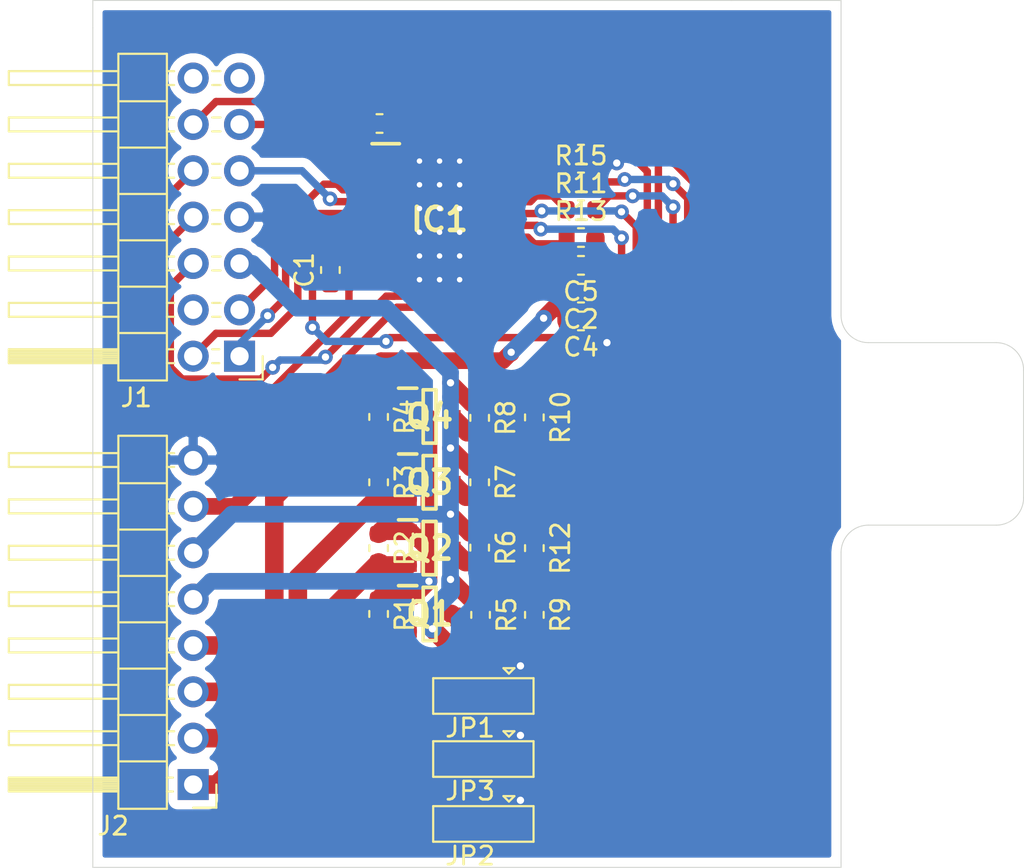
<source format=kicad_pcb>
(kicad_pcb (version 20171130) (host pcbnew "(5.1.6)-1")

  (general
    (thickness 1.6)
    (drawings 37)
    (tracks 352)
    (zones 0)
    (modules 30)
    (nets 37)
  )

  (page A4)
  (layers
    (0 F.Cu signal)
    (31 B.Cu signal)
    (32 B.Adhes user)
    (33 F.Adhes user)
    (34 B.Paste user)
    (35 F.Paste user)
    (36 B.SilkS user)
    (37 F.SilkS user hide)
    (38 B.Mask user)
    (39 F.Mask user)
    (40 Dwgs.User user)
    (41 Cmts.User user)
    (42 Eco1.User user)
    (43 Eco2.User user)
    (44 Edge.Cuts user)
    (45 Margin user)
    (46 B.CrtYd user)
    (47 F.CrtYd user)
    (48 B.Fab user)
    (49 F.Fab user)
  )

  (setup
    (last_trace_width 0.3048)
    (user_trace_width 0.254)
    (user_trace_width 0.3048)
    (user_trace_width 0.4064)
    (user_trace_width 0.508)
    (user_trace_width 0.9144)
    (user_trace_width 1.016)
    (user_trace_width 1.27)
    (trace_clearance 0.2)
    (zone_clearance 0.508)
    (zone_45_only yes)
    (trace_min 0.2)
    (via_size 0.8)
    (via_drill 0.4)
    (via_min_size 0.4)
    (via_min_drill 0.3)
    (user_via 0.6 0.3)
    (uvia_size 0.3)
    (uvia_drill 0.1)
    (uvias_allowed no)
    (uvia_min_size 0.2)
    (uvia_min_drill 0.1)
    (edge_width 0.05)
    (segment_width 0.2)
    (pcb_text_width 0.3)
    (pcb_text_size 1.5 1.5)
    (mod_edge_width 0.12)
    (mod_text_size 1 1)
    (mod_text_width 0.15)
    (pad_size 1.524 1.524)
    (pad_drill 0.762)
    (pad_to_mask_clearance 0.05)
    (aux_axis_origin 0 0)
    (visible_elements FFFFFF7F)
    (pcbplotparams
      (layerselection 0x010fc_ffffffff)
      (usegerberextensions false)
      (usegerberattributes true)
      (usegerberadvancedattributes true)
      (creategerberjobfile true)
      (excludeedgelayer true)
      (linewidth 0.100000)
      (plotframeref false)
      (viasonmask false)
      (mode 1)
      (useauxorigin false)
      (hpglpennumber 1)
      (hpglpenspeed 20)
      (hpglpendiameter 15.000000)
      (psnegative false)
      (psa4output false)
      (plotreference true)
      (plotvalue true)
      (plotinvisibletext false)
      (padsonsilk false)
      (subtractmaskfromsilk false)
      (outputformat 1)
      (mirror false)
      (drillshape 1)
      (scaleselection 1)
      (outputdirectory ""))
  )

  (net 0 "")
  (net 1 "Net-(C1-Pad2)")
  (net 2 "Net-(C1-Pad1)")
  (net 3 VCC)
  (net 4 GND)
  (net 5 "Net-(C3-Pad1)")
  (net 6 /VCP)
  (net 7 "Net-(C5-Pad2)")
  (net 8 /FG)
  (net 9 /FR)
  (net 10 /BRKMOD)
  (net 11 /CMTMOD)
  (net 12 /PWM)
  (net 13 /RD)
  (net 14 /CS)
  (net 15 /COIL_A)
  (net 16 /COIL_B)
  (net 17 /COIL_C)
  (net 18 /HALL_C_N)
  (net 19 /HALL_C_P)
  (net 20 /HALL_B_N)
  (net 21 /HALL_B_P)
  (net 22 /HALL_A_N)
  (net 23 /HALL_A_P)
  (net 24 /DAA)
  (net 25 "Net-(J1-Pad14)")
  (net 26 "Net-(J1-Pad13)")
  (net 27 +5V)
  (net 28 +3V3)
  (net 29 /RD3V3)
  (net 30 /PWM3V3)
  (net 31 /FR3V3)
  (net 32 /FG3V3)
  (net 33 "Net-(JP1-Pad2)")
  (net 34 "Net-(JP2-Pad2)")
  (net 35 "Net-(JP3-Pad2)")
  (net 36 "Net-(J1-Pad4)")

  (net_class Default "This is the default net class."
    (clearance 0.2)
    (trace_width 0.25)
    (via_dia 0.8)
    (via_drill 0.4)
    (uvia_dia 0.3)
    (uvia_drill 0.1)
    (add_net +3V3)
    (add_net +5V)
    (add_net /BRKMOD)
    (add_net /CMTMOD)
    (add_net /COIL_A)
    (add_net /COIL_B)
    (add_net /COIL_C)
    (add_net /CS)
    (add_net /DAA)
    (add_net /FG)
    (add_net /FG3V3)
    (add_net /FR)
    (add_net /FR3V3)
    (add_net /HALL_A_N)
    (add_net /HALL_A_P)
    (add_net /HALL_B_N)
    (add_net /HALL_B_P)
    (add_net /HALL_C_N)
    (add_net /HALL_C_P)
    (add_net /PWM)
    (add_net /PWM3V3)
    (add_net /RD)
    (add_net /RD3V3)
    (add_net /VCP)
    (add_net GND)
    (add_net "Net-(C1-Pad1)")
    (add_net "Net-(C1-Pad2)")
    (add_net "Net-(C3-Pad1)")
    (add_net "Net-(C5-Pad2)")
    (add_net "Net-(J1-Pad13)")
    (add_net "Net-(J1-Pad14)")
    (add_net "Net-(J1-Pad4)")
    (add_net "Net-(JP1-Pad2)")
    (add_net "Net-(JP2-Pad2)")
    (add_net "Net-(JP3-Pad2)")
    (add_net VCC)
  )

  (module Resistor_SMD:R_0603_1608Metric (layer F.Cu) (tedit 5B301BBD) (tstamp 5F12956F)
    (at 157.74924 97.9424)
    (descr "Resistor SMD 0603 (1608 Metric), square (rectangular) end terminal, IPC_7351 nominal, (Body size source: http://www.tortai-tech.com/upload/download/2011102023233369053.pdf), generated with kicad-footprint-generator")
    (tags resistor)
    (path /5F1871F9)
    (attr smd)
    (fp_text reference R15 (at 0 -1.43) (layer F.SilkS)
      (effects (font (size 1 1) (thickness 0.15)))
    )
    (fp_text value 10k (at 2.77876 0.1016) (layer F.Fab)
      (effects (font (size 1 1) (thickness 0.15)))
    )
    (fp_text user %R (at 0 0) (layer F.Fab)
      (effects (font (size 0.4 0.4) (thickness 0.06)))
    )
    (fp_line (start -0.8 0.4) (end -0.8 -0.4) (layer F.Fab) (width 0.1))
    (fp_line (start -0.8 -0.4) (end 0.8 -0.4) (layer F.Fab) (width 0.1))
    (fp_line (start 0.8 -0.4) (end 0.8 0.4) (layer F.Fab) (width 0.1))
    (fp_line (start 0.8 0.4) (end -0.8 0.4) (layer F.Fab) (width 0.1))
    (fp_line (start -0.162779 -0.51) (end 0.162779 -0.51) (layer F.SilkS) (width 0.12))
    (fp_line (start -0.162779 0.51) (end 0.162779 0.51) (layer F.SilkS) (width 0.12))
    (fp_line (start -1.48 0.73) (end -1.48 -0.73) (layer F.CrtYd) (width 0.05))
    (fp_line (start -1.48 -0.73) (end 1.48 -0.73) (layer F.CrtYd) (width 0.05))
    (fp_line (start 1.48 -0.73) (end 1.48 0.73) (layer F.CrtYd) (width 0.05))
    (fp_line (start 1.48 0.73) (end -1.48 0.73) (layer F.CrtYd) (width 0.05))
    (pad 2 smd roundrect (at 0.7875 0) (size 0.875 0.95) (layers F.Cu F.Paste F.Mask) (roundrect_rratio 0.25)
      (net 35 "Net-(JP3-Pad2)"))
    (pad 1 smd roundrect (at -0.7875 0) (size 0.875 0.95) (layers F.Cu F.Paste F.Mask) (roundrect_rratio 0.25)
      (net 10 /BRKMOD))
    (model ${KISYS3DMOD}/Resistor_SMD.3dshapes/R_0603_1608Metric.wrl
      (at (xyz 0 0 0))
      (scale (xyz 1 1 1))
      (rotate (xyz 0 0 0))
    )
  )

  (module Resistor_SMD:R_0603_1608Metric (layer F.Cu) (tedit 5B301BBD) (tstamp 5F12955E)
    (at 146.7104 94.742)
    (descr "Resistor SMD 0603 (1608 Metric), square (rectangular) end terminal, IPC_7351 nominal, (Body size source: http://www.tortai-tech.com/upload/download/2011102023233369053.pdf), generated with kicad-footprint-generator")
    (tags resistor)
    (path /5F17A22D)
    (attr smd)
    (fp_text reference R14 (at 0 -1.43) (layer F.SilkS) hide
      (effects (font (size 1 1) (thickness 0.15)))
    )
    (fp_text value 10k (at 2.8956 0) (layer F.Fab)
      (effects (font (size 1 1) (thickness 0.15)))
    )
    (fp_text user %R (at 0 0) (layer F.Fab)
      (effects (font (size 0.4 0.4) (thickness 0.06)))
    )
    (fp_line (start -0.8 0.4) (end -0.8 -0.4) (layer F.Fab) (width 0.1))
    (fp_line (start -0.8 -0.4) (end 0.8 -0.4) (layer F.Fab) (width 0.1))
    (fp_line (start 0.8 -0.4) (end 0.8 0.4) (layer F.Fab) (width 0.1))
    (fp_line (start 0.8 0.4) (end -0.8 0.4) (layer F.Fab) (width 0.1))
    (fp_line (start -0.162779 -0.51) (end 0.162779 -0.51) (layer F.SilkS) (width 0.12))
    (fp_line (start -0.162779 0.51) (end 0.162779 0.51) (layer F.SilkS) (width 0.12))
    (fp_line (start -1.48 0.73) (end -1.48 -0.73) (layer F.CrtYd) (width 0.05))
    (fp_line (start -1.48 -0.73) (end 1.48 -0.73) (layer F.CrtYd) (width 0.05))
    (fp_line (start 1.48 -0.73) (end 1.48 0.73) (layer F.CrtYd) (width 0.05))
    (fp_line (start 1.48 0.73) (end -1.48 0.73) (layer F.CrtYd) (width 0.05))
    (pad 2 smd roundrect (at 0.7875 0) (size 0.875 0.95) (layers F.Cu F.Paste F.Mask) (roundrect_rratio 0.25)
      (net 34 "Net-(JP2-Pad2)"))
    (pad 1 smd roundrect (at -0.7875 0) (size 0.875 0.95) (layers F.Cu F.Paste F.Mask) (roundrect_rratio 0.25)
      (net 24 /DAA))
    (model ${KISYS3DMOD}/Resistor_SMD.3dshapes/R_0603_1608Metric.wrl
      (at (xyz 0 0 0))
      (scale (xyz 1 1 1))
      (rotate (xyz 0 0 0))
    )
  )

  (module Resistor_SMD:R_0603_1608Metric (layer F.Cu) (tedit 5B301BBD) (tstamp 5F12954D)
    (at 157.74924 100.9904)
    (descr "Resistor SMD 0603 (1608 Metric), square (rectangular) end terminal, IPC_7351 nominal, (Body size source: http://www.tortai-tech.com/upload/download/2011102023233369053.pdf), generated with kicad-footprint-generator")
    (tags resistor)
    (path /5F1925F8)
    (attr smd)
    (fp_text reference R13 (at 0 -1.43) (layer F.SilkS)
      (effects (font (size 1 1) (thickness 0.15)))
    )
    (fp_text value 20k (at 2.77876 0.1016) (layer F.Fab)
      (effects (font (size 1 1) (thickness 0.15)))
    )
    (fp_text user %R (at 0 0) (layer F.Fab)
      (effects (font (size 0.4 0.4) (thickness 0.06)))
    )
    (fp_line (start -0.8 0.4) (end -0.8 -0.4) (layer F.Fab) (width 0.1))
    (fp_line (start -0.8 -0.4) (end 0.8 -0.4) (layer F.Fab) (width 0.1))
    (fp_line (start 0.8 -0.4) (end 0.8 0.4) (layer F.Fab) (width 0.1))
    (fp_line (start 0.8 0.4) (end -0.8 0.4) (layer F.Fab) (width 0.1))
    (fp_line (start -0.162779 -0.51) (end 0.162779 -0.51) (layer F.SilkS) (width 0.12))
    (fp_line (start -0.162779 0.51) (end 0.162779 0.51) (layer F.SilkS) (width 0.12))
    (fp_line (start -1.48 0.73) (end -1.48 -0.73) (layer F.CrtYd) (width 0.05))
    (fp_line (start -1.48 -0.73) (end 1.48 -0.73) (layer F.CrtYd) (width 0.05))
    (fp_line (start 1.48 -0.73) (end 1.48 0.73) (layer F.CrtYd) (width 0.05))
    (fp_line (start 1.48 0.73) (end -1.48 0.73) (layer F.CrtYd) (width 0.05))
    (pad 2 smd roundrect (at 0.7875 0) (size 0.875 0.95) (layers F.Cu F.Paste F.Mask) (roundrect_rratio 0.25)
      (net 4 GND))
    (pad 1 smd roundrect (at -0.7875 0) (size 0.875 0.95) (layers F.Cu F.Paste F.Mask) (roundrect_rratio 0.25)
      (net 14 /CS))
    (model ${KISYS3DMOD}/Resistor_SMD.3dshapes/R_0603_1608Metric.wrl
      (at (xyz 0 0 0))
      (scale (xyz 1 1 1))
      (rotate (xyz 0 0 0))
    )
  )

  (module Resistor_SMD:R_0603_1608Metric (layer F.Cu) (tedit 5B301BBD) (tstamp 5F12953C)
    (at 155.194 118.0084 270)
    (descr "Resistor SMD 0603 (1608 Metric), square (rectangular) end terminal, IPC_7351 nominal, (Body size source: http://www.tortai-tech.com/upload/download/2011102023233369053.pdf), generated with kicad-footprint-generator")
    (tags resistor)
    (path /5F17EBC2)
    (attr smd)
    (fp_text reference R12 (at 0 -1.43 90) (layer F.SilkS)
      (effects (font (size 1 1) (thickness 0.15)))
    )
    (fp_text value 10k (at 0 -1.524 90) (layer F.Fab)
      (effects (font (size 1 1) (thickness 0.15)))
    )
    (fp_text user %R (at 0 0 90) (layer F.Fab)
      (effects (font (size 0.4 0.4) (thickness 0.06)))
    )
    (fp_line (start -0.8 0.4) (end -0.8 -0.4) (layer F.Fab) (width 0.1))
    (fp_line (start -0.8 -0.4) (end 0.8 -0.4) (layer F.Fab) (width 0.1))
    (fp_line (start 0.8 -0.4) (end 0.8 0.4) (layer F.Fab) (width 0.1))
    (fp_line (start 0.8 0.4) (end -0.8 0.4) (layer F.Fab) (width 0.1))
    (fp_line (start -0.162779 -0.51) (end 0.162779 -0.51) (layer F.SilkS) (width 0.12))
    (fp_line (start -0.162779 0.51) (end 0.162779 0.51) (layer F.SilkS) (width 0.12))
    (fp_line (start -1.48 0.73) (end -1.48 -0.73) (layer F.CrtYd) (width 0.05))
    (fp_line (start -1.48 -0.73) (end 1.48 -0.73) (layer F.CrtYd) (width 0.05))
    (fp_line (start 1.48 -0.73) (end 1.48 0.73) (layer F.CrtYd) (width 0.05))
    (fp_line (start 1.48 0.73) (end -1.48 0.73) (layer F.CrtYd) (width 0.05))
    (pad 2 smd roundrect (at 0.7875 0 270) (size 0.875 0.95) (layers F.Cu F.Paste F.Mask) (roundrect_rratio 0.25)
      (net 9 /FR))
    (pad 1 smd roundrect (at -0.7875 0 270) (size 0.875 0.95) (layers F.Cu F.Paste F.Mask) (roundrect_rratio 0.25)
      (net 27 +5V))
    (model ${KISYS3DMOD}/Resistor_SMD.3dshapes/R_0603_1608Metric.wrl
      (at (xyz 0 0 0))
      (scale (xyz 1 1 1))
      (rotate (xyz 0 0 0))
    )
  )

  (module Resistor_SMD:R_0603_1608Metric (layer F.Cu) (tedit 5B301BBD) (tstamp 5F12952B)
    (at 157.74924 99.4664)
    (descr "Resistor SMD 0603 (1608 Metric), square (rectangular) end terminal, IPC_7351 nominal, (Body size source: http://www.tortai-tech.com/upload/download/2011102023233369053.pdf), generated with kicad-footprint-generator")
    (tags resistor)
    (path /5F179B4C)
    (attr smd)
    (fp_text reference R11 (at 0 -1.43) (layer F.SilkS)
      (effects (font (size 1 1) (thickness 0.15)))
    )
    (fp_text value 10k (at 2.77876 0.1016) (layer F.Fab)
      (effects (font (size 1 1) (thickness 0.15)))
    )
    (fp_text user %R (at 0 0) (layer F.Fab)
      (effects (font (size 0.4 0.4) (thickness 0.06)))
    )
    (fp_line (start -0.8 0.4) (end -0.8 -0.4) (layer F.Fab) (width 0.1))
    (fp_line (start -0.8 -0.4) (end 0.8 -0.4) (layer F.Fab) (width 0.1))
    (fp_line (start 0.8 -0.4) (end 0.8 0.4) (layer F.Fab) (width 0.1))
    (fp_line (start 0.8 0.4) (end -0.8 0.4) (layer F.Fab) (width 0.1))
    (fp_line (start -0.162779 -0.51) (end 0.162779 -0.51) (layer F.SilkS) (width 0.12))
    (fp_line (start -0.162779 0.51) (end 0.162779 0.51) (layer F.SilkS) (width 0.12))
    (fp_line (start -1.48 0.73) (end -1.48 -0.73) (layer F.CrtYd) (width 0.05))
    (fp_line (start -1.48 -0.73) (end 1.48 -0.73) (layer F.CrtYd) (width 0.05))
    (fp_line (start 1.48 -0.73) (end 1.48 0.73) (layer F.CrtYd) (width 0.05))
    (fp_line (start 1.48 0.73) (end -1.48 0.73) (layer F.CrtYd) (width 0.05))
    (pad 2 smd roundrect (at 0.7875 0) (size 0.875 0.95) (layers F.Cu F.Paste F.Mask) (roundrect_rratio 0.25)
      (net 33 "Net-(JP1-Pad2)"))
    (pad 1 smd roundrect (at -0.7875 0) (size 0.875 0.95) (layers F.Cu F.Paste F.Mask) (roundrect_rratio 0.25)
      (net 11 /CMTMOD))
    (model ${KISYS3DMOD}/Resistor_SMD.3dshapes/R_0603_1608Metric.wrl
      (at (xyz 0 0 0))
      (scale (xyz 1 1 1))
      (rotate (xyz 0 0 0))
    )
  )

  (module Resistor_SMD:R_0603_1608Metric (layer F.Cu) (tedit 5B301BBD) (tstamp 5F12951A)
    (at 155.194 110.8456 270)
    (descr "Resistor SMD 0603 (1608 Metric), square (rectangular) end terminal, IPC_7351 nominal, (Body size source: http://www.tortai-tech.com/upload/download/2011102023233369053.pdf), generated with kicad-footprint-generator")
    (tags resistor)
    (path /5F181B46)
    (attr smd)
    (fp_text reference R10 (at 0 -1.43 90) (layer F.SilkS)
      (effects (font (size 1 1) (thickness 0.15)))
    )
    (fp_text value 3.3k (at -0.1016 -1.524 90) (layer F.Fab)
      (effects (font (size 1 1) (thickness 0.15)))
    )
    (fp_text user %R (at 0 0 90) (layer F.Fab)
      (effects (font (size 0.4 0.4) (thickness 0.06)))
    )
    (fp_line (start -0.8 0.4) (end -0.8 -0.4) (layer F.Fab) (width 0.1))
    (fp_line (start -0.8 -0.4) (end 0.8 -0.4) (layer F.Fab) (width 0.1))
    (fp_line (start 0.8 -0.4) (end 0.8 0.4) (layer F.Fab) (width 0.1))
    (fp_line (start 0.8 0.4) (end -0.8 0.4) (layer F.Fab) (width 0.1))
    (fp_line (start -0.162779 -0.51) (end 0.162779 -0.51) (layer F.SilkS) (width 0.12))
    (fp_line (start -0.162779 0.51) (end 0.162779 0.51) (layer F.SilkS) (width 0.12))
    (fp_line (start -1.48 0.73) (end -1.48 -0.73) (layer F.CrtYd) (width 0.05))
    (fp_line (start -1.48 -0.73) (end 1.48 -0.73) (layer F.CrtYd) (width 0.05))
    (fp_line (start 1.48 -0.73) (end 1.48 0.73) (layer F.CrtYd) (width 0.05))
    (fp_line (start 1.48 0.73) (end -1.48 0.73) (layer F.CrtYd) (width 0.05))
    (pad 2 smd roundrect (at 0.7875 0 270) (size 0.875 0.95) (layers F.Cu F.Paste F.Mask) (roundrect_rratio 0.25)
      (net 13 /RD))
    (pad 1 smd roundrect (at -0.7875 0 270) (size 0.875 0.95) (layers F.Cu F.Paste F.Mask) (roundrect_rratio 0.25)
      (net 27 +5V))
    (model ${KISYS3DMOD}/Resistor_SMD.3dshapes/R_0603_1608Metric.wrl
      (at (xyz 0 0 0))
      (scale (xyz 1 1 1))
      (rotate (xyz 0 0 0))
    )
  )

  (module Resistor_SMD:R_0603_1608Metric (layer F.Cu) (tedit 5B301BBD) (tstamp 5F129509)
    (at 155.194 121.666 270)
    (descr "Resistor SMD 0603 (1608 Metric), square (rectangular) end terminal, IPC_7351 nominal, (Body size source: http://www.tortai-tech.com/upload/download/2011102023233369053.pdf), generated with kicad-footprint-generator")
    (tags resistor)
    (path /5F181846)
    (attr smd)
    (fp_text reference R9 (at 0 -1.43 90) (layer F.SilkS)
      (effects (font (size 1 1) (thickness 0.15)))
    )
    (fp_text value 3.3k (at 0 -1.524 90) (layer F.Fab)
      (effects (font (size 1 1) (thickness 0.15)))
    )
    (fp_text user %R (at 0 0 90) (layer F.Fab)
      (effects (font (size 0.4 0.4) (thickness 0.06)))
    )
    (fp_line (start -0.8 0.4) (end -0.8 -0.4) (layer F.Fab) (width 0.1))
    (fp_line (start -0.8 -0.4) (end 0.8 -0.4) (layer F.Fab) (width 0.1))
    (fp_line (start 0.8 -0.4) (end 0.8 0.4) (layer F.Fab) (width 0.1))
    (fp_line (start 0.8 0.4) (end -0.8 0.4) (layer F.Fab) (width 0.1))
    (fp_line (start -0.162779 -0.51) (end 0.162779 -0.51) (layer F.SilkS) (width 0.12))
    (fp_line (start -0.162779 0.51) (end 0.162779 0.51) (layer F.SilkS) (width 0.12))
    (fp_line (start -1.48 0.73) (end -1.48 -0.73) (layer F.CrtYd) (width 0.05))
    (fp_line (start -1.48 -0.73) (end 1.48 -0.73) (layer F.CrtYd) (width 0.05))
    (fp_line (start 1.48 -0.73) (end 1.48 0.73) (layer F.CrtYd) (width 0.05))
    (fp_line (start 1.48 0.73) (end -1.48 0.73) (layer F.CrtYd) (width 0.05))
    (pad 2 smd roundrect (at 0.7875 0 270) (size 0.875 0.95) (layers F.Cu F.Paste F.Mask) (roundrect_rratio 0.25)
      (net 8 /FG))
    (pad 1 smd roundrect (at -0.7875 0 270) (size 0.875 0.95) (layers F.Cu F.Paste F.Mask) (roundrect_rratio 0.25)
      (net 27 +5V))
    (model ${KISYS3DMOD}/Resistor_SMD.3dshapes/R_0603_1608Metric.wrl
      (at (xyz 0 0 0))
      (scale (xyz 1 1 1))
      (rotate (xyz 0 0 0))
    )
  )

  (module Resistor_SMD:R_0603_1608Metric (layer F.Cu) (tedit 5B301BBD) (tstamp 5F1294F8)
    (at 152.1968 110.8709 270)
    (descr "Resistor SMD 0603 (1608 Metric), square (rectangular) end terminal, IPC_7351 nominal, (Body size source: http://www.tortai-tech.com/upload/download/2011102023233369053.pdf), generated with kicad-footprint-generator")
    (tags resistor)
    (path /5F249549)
    (attr smd)
    (fp_text reference R8 (at 0 -1.43 90) (layer F.SilkS)
      (effects (font (size 1 1) (thickness 0.15)))
    )
    (fp_text value 10k (at -0.1269 -1.4732 90) (layer F.Fab)
      (effects (font (size 1 1) (thickness 0.15)))
    )
    (fp_text user %R (at 0 0 90) (layer F.Fab)
      (effects (font (size 0.4 0.4) (thickness 0.06)))
    )
    (fp_line (start -0.8 0.4) (end -0.8 -0.4) (layer F.Fab) (width 0.1))
    (fp_line (start -0.8 -0.4) (end 0.8 -0.4) (layer F.Fab) (width 0.1))
    (fp_line (start 0.8 -0.4) (end 0.8 0.4) (layer F.Fab) (width 0.1))
    (fp_line (start 0.8 0.4) (end -0.8 0.4) (layer F.Fab) (width 0.1))
    (fp_line (start -0.162779 -0.51) (end 0.162779 -0.51) (layer F.SilkS) (width 0.12))
    (fp_line (start -0.162779 0.51) (end 0.162779 0.51) (layer F.SilkS) (width 0.12))
    (fp_line (start -1.48 0.73) (end -1.48 -0.73) (layer F.CrtYd) (width 0.05))
    (fp_line (start -1.48 -0.73) (end 1.48 -0.73) (layer F.CrtYd) (width 0.05))
    (fp_line (start 1.48 -0.73) (end 1.48 0.73) (layer F.CrtYd) (width 0.05))
    (fp_line (start 1.48 0.73) (end -1.48 0.73) (layer F.CrtYd) (width 0.05))
    (pad 2 smd roundrect (at 0.7875 0 270) (size 0.875 0.95) (layers F.Cu F.Paste F.Mask) (roundrect_rratio 0.25)
      (net 13 /RD))
    (pad 1 smd roundrect (at -0.7875 0 270) (size 0.875 0.95) (layers F.Cu F.Paste F.Mask) (roundrect_rratio 0.25)
      (net 27 +5V))
    (model ${KISYS3DMOD}/Resistor_SMD.3dshapes/R_0603_1608Metric.wrl
      (at (xyz 0 0 0))
      (scale (xyz 1 1 1))
      (rotate (xyz 0 0 0))
    )
  )

  (module Resistor_SMD:R_0603_1608Metric (layer F.Cu) (tedit 5B301BBD) (tstamp 5F1294E7)
    (at 152.1968 114.4016 270)
    (descr "Resistor SMD 0603 (1608 Metric), square (rectangular) end terminal, IPC_7351 nominal, (Body size source: http://www.tortai-tech.com/upload/download/2011102023233369053.pdf), generated with kicad-footprint-generator")
    (tags resistor)
    (path /5F23A20B)
    (attr smd)
    (fp_text reference R7 (at 0 -1.43 90) (layer F.SilkS)
      (effects (font (size 1 1) (thickness 0.15)))
    )
    (fp_text value 10k (at -0.1016 -1.4732 90) (layer F.Fab)
      (effects (font (size 1 1) (thickness 0.15)))
    )
    (fp_text user %R (at 0 0 90) (layer F.Fab)
      (effects (font (size 0.4 0.4) (thickness 0.06)))
    )
    (fp_line (start -0.8 0.4) (end -0.8 -0.4) (layer F.Fab) (width 0.1))
    (fp_line (start -0.8 -0.4) (end 0.8 -0.4) (layer F.Fab) (width 0.1))
    (fp_line (start 0.8 -0.4) (end 0.8 0.4) (layer F.Fab) (width 0.1))
    (fp_line (start 0.8 0.4) (end -0.8 0.4) (layer F.Fab) (width 0.1))
    (fp_line (start -0.162779 -0.51) (end 0.162779 -0.51) (layer F.SilkS) (width 0.12))
    (fp_line (start -0.162779 0.51) (end 0.162779 0.51) (layer F.SilkS) (width 0.12))
    (fp_line (start -1.48 0.73) (end -1.48 -0.73) (layer F.CrtYd) (width 0.05))
    (fp_line (start -1.48 -0.73) (end 1.48 -0.73) (layer F.CrtYd) (width 0.05))
    (fp_line (start 1.48 -0.73) (end 1.48 0.73) (layer F.CrtYd) (width 0.05))
    (fp_line (start 1.48 0.73) (end -1.48 0.73) (layer F.CrtYd) (width 0.05))
    (pad 2 smd roundrect (at 0.7875 0 270) (size 0.875 0.95) (layers F.Cu F.Paste F.Mask) (roundrect_rratio 0.25)
      (net 12 /PWM))
    (pad 1 smd roundrect (at -0.7875 0 270) (size 0.875 0.95) (layers F.Cu F.Paste F.Mask) (roundrect_rratio 0.25)
      (net 27 +5V))
    (model ${KISYS3DMOD}/Resistor_SMD.3dshapes/R_0603_1608Metric.wrl
      (at (xyz 0 0 0))
      (scale (xyz 1 1 1))
      (rotate (xyz 0 0 0))
    )
  )

  (module Resistor_SMD:R_0603_1608Metric (layer F.Cu) (tedit 5B301BBD) (tstamp 5F1294D6)
    (at 152.1968 117.9829 270)
    (descr "Resistor SMD 0603 (1608 Metric), square (rectangular) end terminal, IPC_7351 nominal, (Body size source: http://www.tortai-tech.com/upload/download/2011102023233369053.pdf), generated with kicad-footprint-generator")
    (tags resistor)
    (path /5F22E901)
    (attr smd)
    (fp_text reference R6 (at 0 -1.43 90) (layer F.SilkS)
      (effects (font (size 1 1) (thickness 0.15)))
    )
    (fp_text value 10k (at 0.1271 -1.4732 90) (layer F.Fab)
      (effects (font (size 1 1) (thickness 0.15)))
    )
    (fp_text user %R (at 0 0 90) (layer F.Fab)
      (effects (font (size 0.4 0.4) (thickness 0.06)))
    )
    (fp_line (start -0.8 0.4) (end -0.8 -0.4) (layer F.Fab) (width 0.1))
    (fp_line (start -0.8 -0.4) (end 0.8 -0.4) (layer F.Fab) (width 0.1))
    (fp_line (start 0.8 -0.4) (end 0.8 0.4) (layer F.Fab) (width 0.1))
    (fp_line (start 0.8 0.4) (end -0.8 0.4) (layer F.Fab) (width 0.1))
    (fp_line (start -0.162779 -0.51) (end 0.162779 -0.51) (layer F.SilkS) (width 0.12))
    (fp_line (start -0.162779 0.51) (end 0.162779 0.51) (layer F.SilkS) (width 0.12))
    (fp_line (start -1.48 0.73) (end -1.48 -0.73) (layer F.CrtYd) (width 0.05))
    (fp_line (start -1.48 -0.73) (end 1.48 -0.73) (layer F.CrtYd) (width 0.05))
    (fp_line (start 1.48 -0.73) (end 1.48 0.73) (layer F.CrtYd) (width 0.05))
    (fp_line (start 1.48 0.73) (end -1.48 0.73) (layer F.CrtYd) (width 0.05))
    (pad 2 smd roundrect (at 0.7875 0 270) (size 0.875 0.95) (layers F.Cu F.Paste F.Mask) (roundrect_rratio 0.25)
      (net 9 /FR))
    (pad 1 smd roundrect (at -0.7875 0 270) (size 0.875 0.95) (layers F.Cu F.Paste F.Mask) (roundrect_rratio 0.25)
      (net 27 +5V))
    (model ${KISYS3DMOD}/Resistor_SMD.3dshapes/R_0603_1608Metric.wrl
      (at (xyz 0 0 0))
      (scale (xyz 1 1 1))
      (rotate (xyz 0 0 0))
    )
  )

  (module Resistor_SMD:R_0603_1608Metric (layer F.Cu) (tedit 5B301BBD) (tstamp 5F1294C5)
    (at 152.2476 121.666 270)
    (descr "Resistor SMD 0603 (1608 Metric), square (rectangular) end terminal, IPC_7351 nominal, (Body size source: http://www.tortai-tech.com/upload/download/2011102023233369053.pdf), generated with kicad-footprint-generator")
    (tags resistor)
    (path /5F1D35CA)
    (attr smd)
    (fp_text reference R5 (at 0 -1.43 90) (layer F.SilkS)
      (effects (font (size 1 1) (thickness 0.15)))
    )
    (fp_text value 10k (at 0 -1.4224 90) (layer F.Fab)
      (effects (font (size 1 1) (thickness 0.15)))
    )
    (fp_text user %R (at 0 0 90) (layer F.Fab)
      (effects (font (size 0.4 0.4) (thickness 0.06)))
    )
    (fp_line (start -0.8 0.4) (end -0.8 -0.4) (layer F.Fab) (width 0.1))
    (fp_line (start -0.8 -0.4) (end 0.8 -0.4) (layer F.Fab) (width 0.1))
    (fp_line (start 0.8 -0.4) (end 0.8 0.4) (layer F.Fab) (width 0.1))
    (fp_line (start 0.8 0.4) (end -0.8 0.4) (layer F.Fab) (width 0.1))
    (fp_line (start -0.162779 -0.51) (end 0.162779 -0.51) (layer F.SilkS) (width 0.12))
    (fp_line (start -0.162779 0.51) (end 0.162779 0.51) (layer F.SilkS) (width 0.12))
    (fp_line (start -1.48 0.73) (end -1.48 -0.73) (layer F.CrtYd) (width 0.05))
    (fp_line (start -1.48 -0.73) (end 1.48 -0.73) (layer F.CrtYd) (width 0.05))
    (fp_line (start 1.48 -0.73) (end 1.48 0.73) (layer F.CrtYd) (width 0.05))
    (fp_line (start 1.48 0.73) (end -1.48 0.73) (layer F.CrtYd) (width 0.05))
    (pad 2 smd roundrect (at 0.7875 0 270) (size 0.875 0.95) (layers F.Cu F.Paste F.Mask) (roundrect_rratio 0.25)
      (net 8 /FG))
    (pad 1 smd roundrect (at -0.7875 0 270) (size 0.875 0.95) (layers F.Cu F.Paste F.Mask) (roundrect_rratio 0.25)
      (net 27 +5V))
    (model ${KISYS3DMOD}/Resistor_SMD.3dshapes/R_0603_1608Metric.wrl
      (at (xyz 0 0 0))
      (scale (xyz 1 1 1))
      (rotate (xyz 0 0 0))
    )
  )

  (module Resistor_SMD:R_0603_1608Metric (layer F.Cu) (tedit 5B301BBD) (tstamp 5F1294B4)
    (at 146.6596 110.8201 270)
    (descr "Resistor SMD 0603 (1608 Metric), square (rectangular) end terminal, IPC_7351 nominal, (Body size source: http://www.tortai-tech.com/upload/download/2011102023233369053.pdf), generated with kicad-footprint-generator")
    (tags resistor)
    (path /5F249543)
    (attr smd)
    (fp_text reference R4 (at 0 -1.43 90) (layer F.SilkS)
      (effects (font (size 1 1) (thickness 0.15)))
    )
    (fp_text value 10k (at 0 1.43 90) (layer F.Fab)
      (effects (font (size 1 1) (thickness 0.15)))
    )
    (fp_text user %R (at 0 0 90) (layer F.Fab)
      (effects (font (size 0.4 0.4) (thickness 0.06)))
    )
    (fp_line (start -0.8 0.4) (end -0.8 -0.4) (layer F.Fab) (width 0.1))
    (fp_line (start -0.8 -0.4) (end 0.8 -0.4) (layer F.Fab) (width 0.1))
    (fp_line (start 0.8 -0.4) (end 0.8 0.4) (layer F.Fab) (width 0.1))
    (fp_line (start 0.8 0.4) (end -0.8 0.4) (layer F.Fab) (width 0.1))
    (fp_line (start -0.162779 -0.51) (end 0.162779 -0.51) (layer F.SilkS) (width 0.12))
    (fp_line (start -0.162779 0.51) (end 0.162779 0.51) (layer F.SilkS) (width 0.12))
    (fp_line (start -1.48 0.73) (end -1.48 -0.73) (layer F.CrtYd) (width 0.05))
    (fp_line (start -1.48 -0.73) (end 1.48 -0.73) (layer F.CrtYd) (width 0.05))
    (fp_line (start 1.48 -0.73) (end 1.48 0.73) (layer F.CrtYd) (width 0.05))
    (fp_line (start 1.48 0.73) (end -1.48 0.73) (layer F.CrtYd) (width 0.05))
    (pad 2 smd roundrect (at 0.7875 0 270) (size 0.875 0.95) (layers F.Cu F.Paste F.Mask) (roundrect_rratio 0.25)
      (net 29 /RD3V3))
    (pad 1 smd roundrect (at -0.7875 0 270) (size 0.875 0.95) (layers F.Cu F.Paste F.Mask) (roundrect_rratio 0.25)
      (net 28 +3V3))
    (model ${KISYS3DMOD}/Resistor_SMD.3dshapes/R_0603_1608Metric.wrl
      (at (xyz 0 0 0))
      (scale (xyz 1 1 1))
      (rotate (xyz 0 0 0))
    )
  )

  (module Resistor_SMD:R_0603_1608Metric (layer F.Cu) (tedit 5B301BBD) (tstamp 5F1294A3)
    (at 146.6596 114.4016 270)
    (descr "Resistor SMD 0603 (1608 Metric), square (rectangular) end terminal, IPC_7351 nominal, (Body size source: http://www.tortai-tech.com/upload/download/2011102023233369053.pdf), generated with kicad-footprint-generator")
    (tags resistor)
    (path /5F23A205)
    (attr smd)
    (fp_text reference R3 (at 0 -1.43 90) (layer F.SilkS)
      (effects (font (size 1 1) (thickness 0.15)))
    )
    (fp_text value 10k (at 0 1.43 90) (layer F.Fab)
      (effects (font (size 1 1) (thickness 0.15)))
    )
    (fp_text user %R (at 0 0 90) (layer F.Fab)
      (effects (font (size 0.4 0.4) (thickness 0.06)))
    )
    (fp_line (start -0.8 0.4) (end -0.8 -0.4) (layer F.Fab) (width 0.1))
    (fp_line (start -0.8 -0.4) (end 0.8 -0.4) (layer F.Fab) (width 0.1))
    (fp_line (start 0.8 -0.4) (end 0.8 0.4) (layer F.Fab) (width 0.1))
    (fp_line (start 0.8 0.4) (end -0.8 0.4) (layer F.Fab) (width 0.1))
    (fp_line (start -0.162779 -0.51) (end 0.162779 -0.51) (layer F.SilkS) (width 0.12))
    (fp_line (start -0.162779 0.51) (end 0.162779 0.51) (layer F.SilkS) (width 0.12))
    (fp_line (start -1.48 0.73) (end -1.48 -0.73) (layer F.CrtYd) (width 0.05))
    (fp_line (start -1.48 -0.73) (end 1.48 -0.73) (layer F.CrtYd) (width 0.05))
    (fp_line (start 1.48 -0.73) (end 1.48 0.73) (layer F.CrtYd) (width 0.05))
    (fp_line (start 1.48 0.73) (end -1.48 0.73) (layer F.CrtYd) (width 0.05))
    (pad 2 smd roundrect (at 0.7875 0 270) (size 0.875 0.95) (layers F.Cu F.Paste F.Mask) (roundrect_rratio 0.25)
      (net 30 /PWM3V3))
    (pad 1 smd roundrect (at -0.7875 0 270) (size 0.875 0.95) (layers F.Cu F.Paste F.Mask) (roundrect_rratio 0.25)
      (net 28 +3V3))
    (model ${KISYS3DMOD}/Resistor_SMD.3dshapes/R_0603_1608Metric.wrl
      (at (xyz 0 0 0))
      (scale (xyz 1 1 1))
      (rotate (xyz 0 0 0))
    )
  )

  (module Resistor_SMD:R_0603_1608Metric (layer F.Cu) (tedit 5B301BBD) (tstamp 5F129492)
    (at 146.6596 118.0084 270)
    (descr "Resistor SMD 0603 (1608 Metric), square (rectangular) end terminal, IPC_7351 nominal, (Body size source: http://www.tortai-tech.com/upload/download/2011102023233369053.pdf), generated with kicad-footprint-generator")
    (tags resistor)
    (path /5F22E8FB)
    (attr smd)
    (fp_text reference R2 (at 0 -1.43 90) (layer F.SilkS)
      (effects (font (size 1 1) (thickness 0.15)))
    )
    (fp_text value 10k (at 0 1.43 90) (layer F.Fab)
      (effects (font (size 1 1) (thickness 0.15)))
    )
    (fp_text user %R (at 0 0 90) (layer F.Fab)
      (effects (font (size 0.4 0.4) (thickness 0.06)))
    )
    (fp_line (start -0.8 0.4) (end -0.8 -0.4) (layer F.Fab) (width 0.1))
    (fp_line (start -0.8 -0.4) (end 0.8 -0.4) (layer F.Fab) (width 0.1))
    (fp_line (start 0.8 -0.4) (end 0.8 0.4) (layer F.Fab) (width 0.1))
    (fp_line (start 0.8 0.4) (end -0.8 0.4) (layer F.Fab) (width 0.1))
    (fp_line (start -0.162779 -0.51) (end 0.162779 -0.51) (layer F.SilkS) (width 0.12))
    (fp_line (start -0.162779 0.51) (end 0.162779 0.51) (layer F.SilkS) (width 0.12))
    (fp_line (start -1.48 0.73) (end -1.48 -0.73) (layer F.CrtYd) (width 0.05))
    (fp_line (start -1.48 -0.73) (end 1.48 -0.73) (layer F.CrtYd) (width 0.05))
    (fp_line (start 1.48 -0.73) (end 1.48 0.73) (layer F.CrtYd) (width 0.05))
    (fp_line (start 1.48 0.73) (end -1.48 0.73) (layer F.CrtYd) (width 0.05))
    (pad 2 smd roundrect (at 0.7875 0 270) (size 0.875 0.95) (layers F.Cu F.Paste F.Mask) (roundrect_rratio 0.25)
      (net 31 /FR3V3))
    (pad 1 smd roundrect (at -0.7875 0 270) (size 0.875 0.95) (layers F.Cu F.Paste F.Mask) (roundrect_rratio 0.25)
      (net 28 +3V3))
    (model ${KISYS3DMOD}/Resistor_SMD.3dshapes/R_0603_1608Metric.wrl
      (at (xyz 0 0 0))
      (scale (xyz 1 1 1))
      (rotate (xyz 0 0 0))
    )
  )

  (module Resistor_SMD:R_0603_1608Metric (layer F.Cu) (tedit 5B301BBD) (tstamp 5F129481)
    (at 146.6596 121.6152 270)
    (descr "Resistor SMD 0603 (1608 Metric), square (rectangular) end terminal, IPC_7351 nominal, (Body size source: http://www.tortai-tech.com/upload/download/2011102023233369053.pdf), generated with kicad-footprint-generator")
    (tags resistor)
    (path /5F1D3042)
    (attr smd)
    (fp_text reference R1 (at 0 -1.43 90) (layer F.SilkS)
      (effects (font (size 1 1) (thickness 0.15)))
    )
    (fp_text value 10k (at 0 1.43 90) (layer F.Fab)
      (effects (font (size 1 1) (thickness 0.15)))
    )
    (fp_text user %R (at 0 0 90) (layer F.Fab)
      (effects (font (size 0.4 0.4) (thickness 0.06)))
    )
    (fp_line (start -0.8 0.4) (end -0.8 -0.4) (layer F.Fab) (width 0.1))
    (fp_line (start -0.8 -0.4) (end 0.8 -0.4) (layer F.Fab) (width 0.1))
    (fp_line (start 0.8 -0.4) (end 0.8 0.4) (layer F.Fab) (width 0.1))
    (fp_line (start 0.8 0.4) (end -0.8 0.4) (layer F.Fab) (width 0.1))
    (fp_line (start -0.162779 -0.51) (end 0.162779 -0.51) (layer F.SilkS) (width 0.12))
    (fp_line (start -0.162779 0.51) (end 0.162779 0.51) (layer F.SilkS) (width 0.12))
    (fp_line (start -1.48 0.73) (end -1.48 -0.73) (layer F.CrtYd) (width 0.05))
    (fp_line (start -1.48 -0.73) (end 1.48 -0.73) (layer F.CrtYd) (width 0.05))
    (fp_line (start 1.48 -0.73) (end 1.48 0.73) (layer F.CrtYd) (width 0.05))
    (fp_line (start 1.48 0.73) (end -1.48 0.73) (layer F.CrtYd) (width 0.05))
    (pad 2 smd roundrect (at 0.7875 0 270) (size 0.875 0.95) (layers F.Cu F.Paste F.Mask) (roundrect_rratio 0.25)
      (net 32 /FG3V3))
    (pad 1 smd roundrect (at -0.7875 0 270) (size 0.875 0.95) (layers F.Cu F.Paste F.Mask) (roundrect_rratio 0.25)
      (net 28 +3V3))
    (model ${KISYS3DMOD}/Resistor_SMD.3dshapes/R_0603_1608Metric.wrl
      (at (xyz 0 0 0))
      (scale (xyz 1 1 1))
      (rotate (xyz 0 0 0))
    )
  )

  (module LibraryLoader:SOT95P240X120-3N (layer F.Cu) (tedit 0) (tstamp 5F129470)
    (at 149.4536 110.7948)
    (descr ahana)
    (tags "MOSFET (N-Channel)")
    (path /5F24953D)
    (attr smd)
    (fp_text reference Q4 (at 0 0) (layer F.SilkS)
      (effects (font (size 1.27 1.27) (thickness 0.254)))
    )
    (fp_text value BSS138 (at 0 0) (layer F.SilkS) hide
      (effects (font (size 1.27 1.27) (thickness 0.254)))
    )
    (fp_text user %R (at 0 0) (layer F.Fab)
      (effects (font (size 1.27 1.27) (thickness 0.254)))
    )
    (fp_line (start -1.95 -1.81) (end 1.95 -1.81) (layer F.CrtYd) (width 0.05))
    (fp_line (start 1.95 -1.81) (end 1.95 1.81) (layer F.CrtYd) (width 0.05))
    (fp_line (start 1.95 1.81) (end -1.95 1.81) (layer F.CrtYd) (width 0.05))
    (fp_line (start -1.95 1.81) (end -1.95 -1.81) (layer F.CrtYd) (width 0.05))
    (fp_line (start -0.662 -1.46) (end 0.662 -1.46) (layer F.Fab) (width 0.1))
    (fp_line (start 0.662 -1.46) (end 0.662 1.46) (layer F.Fab) (width 0.1))
    (fp_line (start 0.662 1.46) (end -0.662 1.46) (layer F.Fab) (width 0.1))
    (fp_line (start -0.662 1.46) (end -0.662 -1.46) (layer F.Fab) (width 0.1))
    (fp_line (start -0.662 -0.51) (end 0.288 -1.46) (layer F.Fab) (width 0.1))
    (fp_line (start -0.35 -1.46) (end 0.35 -1.46) (layer F.SilkS) (width 0.2))
    (fp_line (start 0.35 -1.46) (end 0.35 1.46) (layer F.SilkS) (width 0.2))
    (fp_line (start 0.35 1.46) (end -0.35 1.46) (layer F.SilkS) (width 0.2))
    (fp_line (start -0.35 1.46) (end -0.35 -1.46) (layer F.SilkS) (width 0.2))
    (fp_line (start -1.7 -1.55) (end -0.7 -1.55) (layer F.SilkS) (width 0.2))
    (pad 3 smd rect (at 1.2 0 90) (size 0.7 1) (layers F.Cu F.Paste F.Mask)
      (net 13 /RD))
    (pad 2 smd rect (at -1.2 0.95 90) (size 0.7 1) (layers F.Cu F.Paste F.Mask)
      (net 29 /RD3V3))
    (pad 1 smd rect (at -1.2 -0.95 90) (size 0.7 1) (layers F.Cu F.Paste F.Mask)
      (net 28 +3V3))
    (model C:\SamacSys_PCB_Library\KiCad\SamacSys_Parts.3dshapes\BSS138.stp
      (at (xyz 0 0 0))
      (scale (xyz 1 1 1))
      (rotate (xyz 0 0 0))
    )
  )

  (module LibraryLoader:SOT95P240X120-3N (layer F.Cu) (tedit 0) (tstamp 5F12945A)
    (at 149.4536 114.4016)
    (descr ahana)
    (tags "MOSFET (N-Channel)")
    (path /5F23A1FF)
    (attr smd)
    (fp_text reference Q3 (at 0 0) (layer F.SilkS)
      (effects (font (size 1.27 1.27) (thickness 0.254)))
    )
    (fp_text value BSS138 (at 0 0) (layer F.SilkS) hide
      (effects (font (size 1.27 1.27) (thickness 0.254)))
    )
    (fp_text user %R (at 0 0) (layer F.Fab)
      (effects (font (size 1.27 1.27) (thickness 0.254)))
    )
    (fp_line (start -1.95 -1.81) (end 1.95 -1.81) (layer F.CrtYd) (width 0.05))
    (fp_line (start 1.95 -1.81) (end 1.95 1.81) (layer F.CrtYd) (width 0.05))
    (fp_line (start 1.95 1.81) (end -1.95 1.81) (layer F.CrtYd) (width 0.05))
    (fp_line (start -1.95 1.81) (end -1.95 -1.81) (layer F.CrtYd) (width 0.05))
    (fp_line (start -0.662 -1.46) (end 0.662 -1.46) (layer F.Fab) (width 0.1))
    (fp_line (start 0.662 -1.46) (end 0.662 1.46) (layer F.Fab) (width 0.1))
    (fp_line (start 0.662 1.46) (end -0.662 1.46) (layer F.Fab) (width 0.1))
    (fp_line (start -0.662 1.46) (end -0.662 -1.46) (layer F.Fab) (width 0.1))
    (fp_line (start -0.662 -0.51) (end 0.288 -1.46) (layer F.Fab) (width 0.1))
    (fp_line (start -0.35 -1.46) (end 0.35 -1.46) (layer F.SilkS) (width 0.2))
    (fp_line (start 0.35 -1.46) (end 0.35 1.46) (layer F.SilkS) (width 0.2))
    (fp_line (start 0.35 1.46) (end -0.35 1.46) (layer F.SilkS) (width 0.2))
    (fp_line (start -0.35 1.46) (end -0.35 -1.46) (layer F.SilkS) (width 0.2))
    (fp_line (start -1.7 -1.55) (end -0.7 -1.55) (layer F.SilkS) (width 0.2))
    (pad 3 smd rect (at 1.2 0 90) (size 0.7 1) (layers F.Cu F.Paste F.Mask)
      (net 12 /PWM))
    (pad 2 smd rect (at -1.2 0.95 90) (size 0.7 1) (layers F.Cu F.Paste F.Mask)
      (net 30 /PWM3V3))
    (pad 1 smd rect (at -1.2 -0.95 90) (size 0.7 1) (layers F.Cu F.Paste F.Mask)
      (net 28 +3V3))
    (model C:\SamacSys_PCB_Library\KiCad\SamacSys_Parts.3dshapes\BSS138.stp
      (at (xyz 0 0 0))
      (scale (xyz 1 1 1))
      (rotate (xyz 0 0 0))
    )
  )

  (module LibraryLoader:SOT95P240X120-3N (layer F.Cu) (tedit 0) (tstamp 5F129444)
    (at 149.4536 118.0084)
    (descr ahana)
    (tags "MOSFET (N-Channel)")
    (path /5F22E8F5)
    (attr smd)
    (fp_text reference Q2 (at 0 0) (layer F.SilkS)
      (effects (font (size 1.27 1.27) (thickness 0.254)))
    )
    (fp_text value BSS138 (at 0 0) (layer F.SilkS) hide
      (effects (font (size 1.27 1.27) (thickness 0.254)))
    )
    (fp_text user %R (at 0 0) (layer F.Fab)
      (effects (font (size 1.27 1.27) (thickness 0.254)))
    )
    (fp_line (start -1.95 -1.81) (end 1.95 -1.81) (layer F.CrtYd) (width 0.05))
    (fp_line (start 1.95 -1.81) (end 1.95 1.81) (layer F.CrtYd) (width 0.05))
    (fp_line (start 1.95 1.81) (end -1.95 1.81) (layer F.CrtYd) (width 0.05))
    (fp_line (start -1.95 1.81) (end -1.95 -1.81) (layer F.CrtYd) (width 0.05))
    (fp_line (start -0.662 -1.46) (end 0.662 -1.46) (layer F.Fab) (width 0.1))
    (fp_line (start 0.662 -1.46) (end 0.662 1.46) (layer F.Fab) (width 0.1))
    (fp_line (start 0.662 1.46) (end -0.662 1.46) (layer F.Fab) (width 0.1))
    (fp_line (start -0.662 1.46) (end -0.662 -1.46) (layer F.Fab) (width 0.1))
    (fp_line (start -0.662 -0.51) (end 0.288 -1.46) (layer F.Fab) (width 0.1))
    (fp_line (start -0.35 -1.46) (end 0.35 -1.46) (layer F.SilkS) (width 0.2))
    (fp_line (start 0.35 -1.46) (end 0.35 1.46) (layer F.SilkS) (width 0.2))
    (fp_line (start 0.35 1.46) (end -0.35 1.46) (layer F.SilkS) (width 0.2))
    (fp_line (start -0.35 1.46) (end -0.35 -1.46) (layer F.SilkS) (width 0.2))
    (fp_line (start -1.7 -1.55) (end -0.7 -1.55) (layer F.SilkS) (width 0.2))
    (pad 3 smd rect (at 1.2 0 90) (size 0.7 1) (layers F.Cu F.Paste F.Mask)
      (net 9 /FR))
    (pad 2 smd rect (at -1.2 0.95 90) (size 0.7 1) (layers F.Cu F.Paste F.Mask)
      (net 31 /FR3V3))
    (pad 1 smd rect (at -1.2 -0.95 90) (size 0.7 1) (layers F.Cu F.Paste F.Mask)
      (net 28 +3V3))
    (model C:\SamacSys_PCB_Library\KiCad\SamacSys_Parts.3dshapes\BSS138.stp
      (at (xyz 0 0 0))
      (scale (xyz 1 1 1))
      (rotate (xyz 0 0 0))
    )
  )

  (module LibraryLoader:SOT95P240X120-3N (layer F.Cu) (tedit 0) (tstamp 5F12942E)
    (at 149.4536 121.6152)
    (descr ahana)
    (tags "MOSFET (N-Channel)")
    (path /5F1CFE9F)
    (attr smd)
    (fp_text reference Q1 (at 0 0) (layer F.SilkS)
      (effects (font (size 1.27 1.27) (thickness 0.254)))
    )
    (fp_text value BSS138 (at 0 0) (layer F.SilkS) hide
      (effects (font (size 1.27 1.27) (thickness 0.254)))
    )
    (fp_text user %R (at 0 0) (layer F.Fab)
      (effects (font (size 1.27 1.27) (thickness 0.254)))
    )
    (fp_line (start -1.95 -1.81) (end 1.95 -1.81) (layer F.CrtYd) (width 0.05))
    (fp_line (start 1.95 -1.81) (end 1.95 1.81) (layer F.CrtYd) (width 0.05))
    (fp_line (start 1.95 1.81) (end -1.95 1.81) (layer F.CrtYd) (width 0.05))
    (fp_line (start -1.95 1.81) (end -1.95 -1.81) (layer F.CrtYd) (width 0.05))
    (fp_line (start -0.662 -1.46) (end 0.662 -1.46) (layer F.Fab) (width 0.1))
    (fp_line (start 0.662 -1.46) (end 0.662 1.46) (layer F.Fab) (width 0.1))
    (fp_line (start 0.662 1.46) (end -0.662 1.46) (layer F.Fab) (width 0.1))
    (fp_line (start -0.662 1.46) (end -0.662 -1.46) (layer F.Fab) (width 0.1))
    (fp_line (start -0.662 -0.51) (end 0.288 -1.46) (layer F.Fab) (width 0.1))
    (fp_line (start -0.35 -1.46) (end 0.35 -1.46) (layer F.SilkS) (width 0.2))
    (fp_line (start 0.35 -1.46) (end 0.35 1.46) (layer F.SilkS) (width 0.2))
    (fp_line (start 0.35 1.46) (end -0.35 1.46) (layer F.SilkS) (width 0.2))
    (fp_line (start -0.35 1.46) (end -0.35 -1.46) (layer F.SilkS) (width 0.2))
    (fp_line (start -1.7 -1.55) (end -0.7 -1.55) (layer F.SilkS) (width 0.2))
    (pad 3 smd rect (at 1.2 0 90) (size 0.7 1) (layers F.Cu F.Paste F.Mask)
      (net 8 /FG))
    (pad 2 smd rect (at -1.2 0.95 90) (size 0.7 1) (layers F.Cu F.Paste F.Mask)
      (net 32 /FG3V3))
    (pad 1 smd rect (at -1.2 -0.95 90) (size 0.7 1) (layers F.Cu F.Paste F.Mask)
      (net 28 +3V3))
    (model C:\SamacSys_PCB_Library\KiCad\SamacSys_Parts.3dshapes\BSS138.stp
      (at (xyz 0 0 0))
      (scale (xyz 1 1 1))
      (rotate (xyz 0 0 0))
    )
  )

  (module Jumper:SolderJumper-3_P2.0mm_Open_TrianglePad1.0x1.5mm (layer F.Cu) (tedit 5A64803D) (tstamp 5F129418)
    (at 152.4 129.54 180)
    (descr "SMD Solder Jumper, 1x1.5mm Triangular Pads, 0.3mm gap, open")
    (tags "solder jumper open")
    (path /5F1871D9)
    (attr virtual)
    (fp_text reference JP3 (at 0.725 -1.775) (layer F.SilkS)
      (effects (font (size 1 1) (thickness 0.15)))
    )
    (fp_text value SolderJumper_3_Open (at 0.725 1.925) (layer F.Fab) hide
      (effects (font (size 1 1) (thickness 0.15)))
    )
    (fp_line (start -1.1 1.5) (end -1.4 1.2) (layer F.SilkS) (width 0.12))
    (fp_line (start -1.7 1.5) (end -1.1 1.5) (layer F.SilkS) (width 0.12))
    (fp_line (start -1.4 1.2) (end -1.7 1.5) (layer F.SilkS) (width 0.12))
    (fp_line (start -2.75 0.95) (end -2.75 -1) (layer F.SilkS) (width 0.12))
    (fp_line (start 2.75 0.95) (end -2.75 0.95) (layer F.SilkS) (width 0.12))
    (fp_line (start 2.75 -1) (end 2.75 0.95) (layer F.SilkS) (width 0.12))
    (fp_line (start -2.75 -1) (end 2.75 -1) (layer F.SilkS) (width 0.12))
    (fp_line (start -2.98 -1.27) (end 3 -1.27) (layer F.CrtYd) (width 0.05))
    (fp_line (start -2.98 -1.27) (end -2.98 1.25) (layer F.CrtYd) (width 0.05))
    (fp_line (start 3 1.25) (end 3 -1.27) (layer F.CrtYd) (width 0.05))
    (fp_line (start 3 1.25) (end -2.98 1.25) (layer F.CrtYd) (width 0.05))
    (pad 3 smd custom (at 2 0) (size 0.3 0.3) (layers F.Cu F.Mask)
      (net 27 +5V) (zone_connect 2)
      (options (clearance outline) (anchor rect))
      (primitives
        (gr_poly (pts
           (xy -0.5 -0.75) (xy 0.5 -0.75) (xy 1 0) (xy 0.5 0.75) (xy -0.5 0.75)
) (width 0))
      ))
    (pad 2 smd custom (at 0 0 180) (size 0.3 0.3) (layers F.Cu)
      (net 35 "Net-(JP3-Pad2)") (zone_connect 2)
      (options (clearance outline) (anchor rect))
      (primitives
        (gr_poly (pts
           (xy -1.2 -0.75) (xy 1.2 -0.75) (xy 0.7 0) (xy 1.2 0.75) (xy -1.2 0.75)
           (xy -0.7 0)) (width 0))
      ))
    (pad 1 smd custom (at -2 0 180) (size 0.3 0.3) (layers F.Cu F.Mask)
      (net 4 GND) (zone_connect 2)
      (options (clearance outline) (anchor rect))
      (primitives
        (gr_poly (pts
           (xy -0.5 -0.75) (xy 0.5 -0.75) (xy 1 0) (xy 0.5 0.75) (xy -0.5 0.75)
) (width 0))
      ))
    (pad "" smd rect (at -1.2 0 180) (size 1.5 1.5) (layers F.Mask))
    (pad "" smd rect (at 1.2 0 180) (size 1.5 1.5) (layers F.Mask))
  )

  (module Jumper:SolderJumper-3_P2.0mm_Open_TrianglePad1.0x1.5mm (layer F.Cu) (tedit 5A64803D) (tstamp 5F129404)
    (at 152.4 133.096 180)
    (descr "SMD Solder Jumper, 1x1.5mm Triangular Pads, 0.3mm gap, open")
    (tags "solder jumper open")
    (path /5F17A481)
    (attr virtual)
    (fp_text reference JP2 (at 0.725 -1.775) (layer F.SilkS)
      (effects (font (size 1 1) (thickness 0.15)))
    )
    (fp_text value SolderJumper_3_Open (at 0.725 1.925) (layer F.Fab) hide
      (effects (font (size 1 1) (thickness 0.15)))
    )
    (fp_line (start -1.1 1.5) (end -1.4 1.2) (layer F.SilkS) (width 0.12))
    (fp_line (start -1.7 1.5) (end -1.1 1.5) (layer F.SilkS) (width 0.12))
    (fp_line (start -1.4 1.2) (end -1.7 1.5) (layer F.SilkS) (width 0.12))
    (fp_line (start -2.75 0.95) (end -2.75 -1) (layer F.SilkS) (width 0.12))
    (fp_line (start 2.75 0.95) (end -2.75 0.95) (layer F.SilkS) (width 0.12))
    (fp_line (start 2.75 -1) (end 2.75 0.95) (layer F.SilkS) (width 0.12))
    (fp_line (start -2.75 -1) (end 2.75 -1) (layer F.SilkS) (width 0.12))
    (fp_line (start -2.98 -1.27) (end 3 -1.27) (layer F.CrtYd) (width 0.05))
    (fp_line (start -2.98 -1.27) (end -2.98 1.25) (layer F.CrtYd) (width 0.05))
    (fp_line (start 3 1.25) (end 3 -1.27) (layer F.CrtYd) (width 0.05))
    (fp_line (start 3 1.25) (end -2.98 1.25) (layer F.CrtYd) (width 0.05))
    (pad 3 smd custom (at 2 0) (size 0.3 0.3) (layers F.Cu F.Mask)
      (net 27 +5V) (zone_connect 2)
      (options (clearance outline) (anchor rect))
      (primitives
        (gr_poly (pts
           (xy -0.5 -0.75) (xy 0.5 -0.75) (xy 1 0) (xy 0.5 0.75) (xy -0.5 0.75)
) (width 0))
      ))
    (pad 2 smd custom (at 0 0 180) (size 0.3 0.3) (layers F.Cu)
      (net 34 "Net-(JP2-Pad2)") (zone_connect 2)
      (options (clearance outline) (anchor rect))
      (primitives
        (gr_poly (pts
           (xy -1.2 -0.75) (xy 1.2 -0.75) (xy 0.7 0) (xy 1.2 0.75) (xy -1.2 0.75)
           (xy -0.7 0)) (width 0))
      ))
    (pad 1 smd custom (at -2 0 180) (size 0.3 0.3) (layers F.Cu F.Mask)
      (net 4 GND) (zone_connect 2)
      (options (clearance outline) (anchor rect))
      (primitives
        (gr_poly (pts
           (xy -0.5 -0.75) (xy 0.5 -0.75) (xy 1 0) (xy 0.5 0.75) (xy -0.5 0.75)
) (width 0))
      ))
    (pad "" smd rect (at -1.2 0 180) (size 1.5 1.5) (layers F.Mask))
    (pad "" smd rect (at 1.2 0 180) (size 1.5 1.5) (layers F.Mask))
  )

  (module Jumper:SolderJumper-3_P2.0mm_Open_TrianglePad1.0x1.5mm (layer F.Cu) (tedit 5A64803D) (tstamp 5F1293F0)
    (at 152.4 126.0856 180)
    (descr "SMD Solder Jumper, 1x1.5mm Triangular Pads, 0.3mm gap, open")
    (tags "solder jumper open")
    (path /5F173763)
    (attr virtual)
    (fp_text reference JP1 (at 0.725 -1.775) (layer F.SilkS)
      (effects (font (size 1 1) (thickness 0.15)))
    )
    (fp_text value SolderJumper_3_Open (at 0.725 1.925) (layer F.Fab) hide
      (effects (font (size 1 1) (thickness 0.15)))
    )
    (fp_line (start -1.1 1.5) (end -1.4 1.2) (layer F.SilkS) (width 0.12))
    (fp_line (start -1.7 1.5) (end -1.1 1.5) (layer F.SilkS) (width 0.12))
    (fp_line (start -1.4 1.2) (end -1.7 1.5) (layer F.SilkS) (width 0.12))
    (fp_line (start -2.75 0.95) (end -2.75 -1) (layer F.SilkS) (width 0.12))
    (fp_line (start 2.75 0.95) (end -2.75 0.95) (layer F.SilkS) (width 0.12))
    (fp_line (start 2.75 -1) (end 2.75 0.95) (layer F.SilkS) (width 0.12))
    (fp_line (start -2.75 -1) (end 2.75 -1) (layer F.SilkS) (width 0.12))
    (fp_line (start -2.98 -1.27) (end 3 -1.27) (layer F.CrtYd) (width 0.05))
    (fp_line (start -2.98 -1.27) (end -2.98 1.25) (layer F.CrtYd) (width 0.05))
    (fp_line (start 3 1.25) (end 3 -1.27) (layer F.CrtYd) (width 0.05))
    (fp_line (start 3 1.25) (end -2.98 1.25) (layer F.CrtYd) (width 0.05))
    (pad 3 smd custom (at 2 0) (size 0.3 0.3) (layers F.Cu F.Mask)
      (net 27 +5V) (zone_connect 2)
      (options (clearance outline) (anchor rect))
      (primitives
        (gr_poly (pts
           (xy -0.5 -0.75) (xy 0.5 -0.75) (xy 1 0) (xy 0.5 0.75) (xy -0.5 0.75)
) (width 0))
      ))
    (pad 2 smd custom (at 0 0 180) (size 0.3 0.3) (layers F.Cu)
      (net 33 "Net-(JP1-Pad2)") (zone_connect 2)
      (options (clearance outline) (anchor rect))
      (primitives
        (gr_poly (pts
           (xy -1.2 -0.75) (xy 1.2 -0.75) (xy 0.7 0) (xy 1.2 0.75) (xy -1.2 0.75)
           (xy -0.7 0)) (width 0))
      ))
    (pad 1 smd custom (at -2 0 180) (size 0.3 0.3) (layers F.Cu F.Mask)
      (net 4 GND) (zone_connect 2)
      (options (clearance outline) (anchor rect))
      (primitives
        (gr_poly (pts
           (xy -0.5 -0.75) (xy 0.5 -0.75) (xy 1 0) (xy 0.5 0.75) (xy -0.5 0.75)
) (width 0))
      ))
    (pad "" smd rect (at -1.2 0 180) (size 1.5 1.5) (layers F.Mask))
    (pad "" smd rect (at 1.2 0 180) (size 1.5 1.5) (layers F.Mask))
  )

  (module Connector_PinHeader_2.54mm:PinHeader_1x08_P2.54mm_Horizontal (layer F.Cu) (tedit 59FED5CB) (tstamp 5F1293DC)
    (at 136.4996 130.9624 180)
    (descr "Through hole angled pin header, 1x08, 2.54mm pitch, 6mm pin length, single row")
    (tags "Through hole angled pin header THT 1x08 2.54mm single row")
    (path /5F1C5164)
    (fp_text reference J2 (at 4.385 -2.27) (layer F.SilkS)
      (effects (font (size 1 1) (thickness 0.15)))
    )
    (fp_text value Conn_01x08_Male (at 4.385 20.05) (layer F.Fab) hide
      (effects (font (size 1 1) (thickness 0.15)))
    )
    (fp_text user %R (at 2.77 8.89 90) (layer F.Fab)
      (effects (font (size 1 1) (thickness 0.15)))
    )
    (fp_line (start 2.135 -1.27) (end 4.04 -1.27) (layer F.Fab) (width 0.1))
    (fp_line (start 4.04 -1.27) (end 4.04 19.05) (layer F.Fab) (width 0.1))
    (fp_line (start 4.04 19.05) (end 1.5 19.05) (layer F.Fab) (width 0.1))
    (fp_line (start 1.5 19.05) (end 1.5 -0.635) (layer F.Fab) (width 0.1))
    (fp_line (start 1.5 -0.635) (end 2.135 -1.27) (layer F.Fab) (width 0.1))
    (fp_line (start -0.32 -0.32) (end 1.5 -0.32) (layer F.Fab) (width 0.1))
    (fp_line (start -0.32 -0.32) (end -0.32 0.32) (layer F.Fab) (width 0.1))
    (fp_line (start -0.32 0.32) (end 1.5 0.32) (layer F.Fab) (width 0.1))
    (fp_line (start 4.04 -0.32) (end 10.04 -0.32) (layer F.Fab) (width 0.1))
    (fp_line (start 10.04 -0.32) (end 10.04 0.32) (layer F.Fab) (width 0.1))
    (fp_line (start 4.04 0.32) (end 10.04 0.32) (layer F.Fab) (width 0.1))
    (fp_line (start -0.32 2.22) (end 1.5 2.22) (layer F.Fab) (width 0.1))
    (fp_line (start -0.32 2.22) (end -0.32 2.86) (layer F.Fab) (width 0.1))
    (fp_line (start -0.32 2.86) (end 1.5 2.86) (layer F.Fab) (width 0.1))
    (fp_line (start 4.04 2.22) (end 10.04 2.22) (layer F.Fab) (width 0.1))
    (fp_line (start 10.04 2.22) (end 10.04 2.86) (layer F.Fab) (width 0.1))
    (fp_line (start 4.04 2.86) (end 10.04 2.86) (layer F.Fab) (width 0.1))
    (fp_line (start -0.32 4.76) (end 1.5 4.76) (layer F.Fab) (width 0.1))
    (fp_line (start -0.32 4.76) (end -0.32 5.4) (layer F.Fab) (width 0.1))
    (fp_line (start -0.32 5.4) (end 1.5 5.4) (layer F.Fab) (width 0.1))
    (fp_line (start 4.04 4.76) (end 10.04 4.76) (layer F.Fab) (width 0.1))
    (fp_line (start 10.04 4.76) (end 10.04 5.4) (layer F.Fab) (width 0.1))
    (fp_line (start 4.04 5.4) (end 10.04 5.4) (layer F.Fab) (width 0.1))
    (fp_line (start -0.32 7.3) (end 1.5 7.3) (layer F.Fab) (width 0.1))
    (fp_line (start -0.32 7.3) (end -0.32 7.94) (layer F.Fab) (width 0.1))
    (fp_line (start -0.32 7.94) (end 1.5 7.94) (layer F.Fab) (width 0.1))
    (fp_line (start 4.04 7.3) (end 10.04 7.3) (layer F.Fab) (width 0.1))
    (fp_line (start 10.04 7.3) (end 10.04 7.94) (layer F.Fab) (width 0.1))
    (fp_line (start 4.04 7.94) (end 10.04 7.94) (layer F.Fab) (width 0.1))
    (fp_line (start -0.32 9.84) (end 1.5 9.84) (layer F.Fab) (width 0.1))
    (fp_line (start -0.32 9.84) (end -0.32 10.48) (layer F.Fab) (width 0.1))
    (fp_line (start -0.32 10.48) (end 1.5 10.48) (layer F.Fab) (width 0.1))
    (fp_line (start 4.04 9.84) (end 10.04 9.84) (layer F.Fab) (width 0.1))
    (fp_line (start 10.04 9.84) (end 10.04 10.48) (layer F.Fab) (width 0.1))
    (fp_line (start 4.04 10.48) (end 10.04 10.48) (layer F.Fab) (width 0.1))
    (fp_line (start -0.32 12.38) (end 1.5 12.38) (layer F.Fab) (width 0.1))
    (fp_line (start -0.32 12.38) (end -0.32 13.02) (layer F.Fab) (width 0.1))
    (fp_line (start -0.32 13.02) (end 1.5 13.02) (layer F.Fab) (width 0.1))
    (fp_line (start 4.04 12.38) (end 10.04 12.38) (layer F.Fab) (width 0.1))
    (fp_line (start 10.04 12.38) (end 10.04 13.02) (layer F.Fab) (width 0.1))
    (fp_line (start 4.04 13.02) (end 10.04 13.02) (layer F.Fab) (width 0.1))
    (fp_line (start -0.32 14.92) (end 1.5 14.92) (layer F.Fab) (width 0.1))
    (fp_line (start -0.32 14.92) (end -0.32 15.56) (layer F.Fab) (width 0.1))
    (fp_line (start -0.32 15.56) (end 1.5 15.56) (layer F.Fab) (width 0.1))
    (fp_line (start 4.04 14.92) (end 10.04 14.92) (layer F.Fab) (width 0.1))
    (fp_line (start 10.04 14.92) (end 10.04 15.56) (layer F.Fab) (width 0.1))
    (fp_line (start 4.04 15.56) (end 10.04 15.56) (layer F.Fab) (width 0.1))
    (fp_line (start -0.32 17.46) (end 1.5 17.46) (layer F.Fab) (width 0.1))
    (fp_line (start -0.32 17.46) (end -0.32 18.1) (layer F.Fab) (width 0.1))
    (fp_line (start -0.32 18.1) (end 1.5 18.1) (layer F.Fab) (width 0.1))
    (fp_line (start 4.04 17.46) (end 10.04 17.46) (layer F.Fab) (width 0.1))
    (fp_line (start 10.04 17.46) (end 10.04 18.1) (layer F.Fab) (width 0.1))
    (fp_line (start 4.04 18.1) (end 10.04 18.1) (layer F.Fab) (width 0.1))
    (fp_line (start 1.44 -1.33) (end 1.44 19.11) (layer F.SilkS) (width 0.12))
    (fp_line (start 1.44 19.11) (end 4.1 19.11) (layer F.SilkS) (width 0.12))
    (fp_line (start 4.1 19.11) (end 4.1 -1.33) (layer F.SilkS) (width 0.12))
    (fp_line (start 4.1 -1.33) (end 1.44 -1.33) (layer F.SilkS) (width 0.12))
    (fp_line (start 4.1 -0.38) (end 10.1 -0.38) (layer F.SilkS) (width 0.12))
    (fp_line (start 10.1 -0.38) (end 10.1 0.38) (layer F.SilkS) (width 0.12))
    (fp_line (start 10.1 0.38) (end 4.1 0.38) (layer F.SilkS) (width 0.12))
    (fp_line (start 4.1 -0.32) (end 10.1 -0.32) (layer F.SilkS) (width 0.12))
    (fp_line (start 4.1 -0.2) (end 10.1 -0.2) (layer F.SilkS) (width 0.12))
    (fp_line (start 4.1 -0.08) (end 10.1 -0.08) (layer F.SilkS) (width 0.12))
    (fp_line (start 4.1 0.04) (end 10.1 0.04) (layer F.SilkS) (width 0.12))
    (fp_line (start 4.1 0.16) (end 10.1 0.16) (layer F.SilkS) (width 0.12))
    (fp_line (start 4.1 0.28) (end 10.1 0.28) (layer F.SilkS) (width 0.12))
    (fp_line (start 1.11 -0.38) (end 1.44 -0.38) (layer F.SilkS) (width 0.12))
    (fp_line (start 1.11 0.38) (end 1.44 0.38) (layer F.SilkS) (width 0.12))
    (fp_line (start 1.44 1.27) (end 4.1 1.27) (layer F.SilkS) (width 0.12))
    (fp_line (start 4.1 2.16) (end 10.1 2.16) (layer F.SilkS) (width 0.12))
    (fp_line (start 10.1 2.16) (end 10.1 2.92) (layer F.SilkS) (width 0.12))
    (fp_line (start 10.1 2.92) (end 4.1 2.92) (layer F.SilkS) (width 0.12))
    (fp_line (start 1.042929 2.16) (end 1.44 2.16) (layer F.SilkS) (width 0.12))
    (fp_line (start 1.042929 2.92) (end 1.44 2.92) (layer F.SilkS) (width 0.12))
    (fp_line (start 1.44 3.81) (end 4.1 3.81) (layer F.SilkS) (width 0.12))
    (fp_line (start 4.1 4.7) (end 10.1 4.7) (layer F.SilkS) (width 0.12))
    (fp_line (start 10.1 4.7) (end 10.1 5.46) (layer F.SilkS) (width 0.12))
    (fp_line (start 10.1 5.46) (end 4.1 5.46) (layer F.SilkS) (width 0.12))
    (fp_line (start 1.042929 4.7) (end 1.44 4.7) (layer F.SilkS) (width 0.12))
    (fp_line (start 1.042929 5.46) (end 1.44 5.46) (layer F.SilkS) (width 0.12))
    (fp_line (start 1.44 6.35) (end 4.1 6.35) (layer F.SilkS) (width 0.12))
    (fp_line (start 4.1 7.24) (end 10.1 7.24) (layer F.SilkS) (width 0.12))
    (fp_line (start 10.1 7.24) (end 10.1 8) (layer F.SilkS) (width 0.12))
    (fp_line (start 10.1 8) (end 4.1 8) (layer F.SilkS) (width 0.12))
    (fp_line (start 1.042929 7.24) (end 1.44 7.24) (layer F.SilkS) (width 0.12))
    (fp_line (start 1.042929 8) (end 1.44 8) (layer F.SilkS) (width 0.12))
    (fp_line (start 1.44 8.89) (end 4.1 8.89) (layer F.SilkS) (width 0.12))
    (fp_line (start 4.1 9.78) (end 10.1 9.78) (layer F.SilkS) (width 0.12))
    (fp_line (start 10.1 9.78) (end 10.1 10.54) (layer F.SilkS) (width 0.12))
    (fp_line (start 10.1 10.54) (end 4.1 10.54) (layer F.SilkS) (width 0.12))
    (fp_line (start 1.042929 9.78) (end 1.44 9.78) (layer F.SilkS) (width 0.12))
    (fp_line (start 1.042929 10.54) (end 1.44 10.54) (layer F.SilkS) (width 0.12))
    (fp_line (start 1.44 11.43) (end 4.1 11.43) (layer F.SilkS) (width 0.12))
    (fp_line (start 4.1 12.32) (end 10.1 12.32) (layer F.SilkS) (width 0.12))
    (fp_line (start 10.1 12.32) (end 10.1 13.08) (layer F.SilkS) (width 0.12))
    (fp_line (start 10.1 13.08) (end 4.1 13.08) (layer F.SilkS) (width 0.12))
    (fp_line (start 1.042929 12.32) (end 1.44 12.32) (layer F.SilkS) (width 0.12))
    (fp_line (start 1.042929 13.08) (end 1.44 13.08) (layer F.SilkS) (width 0.12))
    (fp_line (start 1.44 13.97) (end 4.1 13.97) (layer F.SilkS) (width 0.12))
    (fp_line (start 4.1 14.86) (end 10.1 14.86) (layer F.SilkS) (width 0.12))
    (fp_line (start 10.1 14.86) (end 10.1 15.62) (layer F.SilkS) (width 0.12))
    (fp_line (start 10.1 15.62) (end 4.1 15.62) (layer F.SilkS) (width 0.12))
    (fp_line (start 1.042929 14.86) (end 1.44 14.86) (layer F.SilkS) (width 0.12))
    (fp_line (start 1.042929 15.62) (end 1.44 15.62) (layer F.SilkS) (width 0.12))
    (fp_line (start 1.44 16.51) (end 4.1 16.51) (layer F.SilkS) (width 0.12))
    (fp_line (start 4.1 17.4) (end 10.1 17.4) (layer F.SilkS) (width 0.12))
    (fp_line (start 10.1 17.4) (end 10.1 18.16) (layer F.SilkS) (width 0.12))
    (fp_line (start 10.1 18.16) (end 4.1 18.16) (layer F.SilkS) (width 0.12))
    (fp_line (start 1.042929 17.4) (end 1.44 17.4) (layer F.SilkS) (width 0.12))
    (fp_line (start 1.042929 18.16) (end 1.44 18.16) (layer F.SilkS) (width 0.12))
    (fp_line (start -1.27 0) (end -1.27 -1.27) (layer F.SilkS) (width 0.12))
    (fp_line (start -1.27 -1.27) (end 0 -1.27) (layer F.SilkS) (width 0.12))
    (fp_line (start -1.8 -1.8) (end -1.8 19.55) (layer F.CrtYd) (width 0.05))
    (fp_line (start -1.8 19.55) (end 10.55 19.55) (layer F.CrtYd) (width 0.05))
    (fp_line (start 10.55 19.55) (end 10.55 -1.8) (layer F.CrtYd) (width 0.05))
    (fp_line (start 10.55 -1.8) (end -1.8 -1.8) (layer F.CrtYd) (width 0.05))
    (pad 8 thru_hole oval (at 0 17.78 180) (size 1.7 1.7) (drill 1) (layers *.Cu *.Mask)
      (net 4 GND))
    (pad 7 thru_hole oval (at 0 15.24 180) (size 1.7 1.7) (drill 1) (layers *.Cu *.Mask)
      (net 3 VCC))
    (pad 6 thru_hole oval (at 0 12.7 180) (size 1.7 1.7) (drill 1) (layers *.Cu *.Mask)
      (net 27 +5V))
    (pad 5 thru_hole oval (at 0 10.16 180) (size 1.7 1.7) (drill 1) (layers *.Cu *.Mask)
      (net 28 +3V3))
    (pad 4 thru_hole oval (at 0 7.62 180) (size 1.7 1.7) (drill 1) (layers *.Cu *.Mask)
      (net 29 /RD3V3))
    (pad 3 thru_hole oval (at 0 5.08 180) (size 1.7 1.7) (drill 1) (layers *.Cu *.Mask)
      (net 30 /PWM3V3))
    (pad 2 thru_hole oval (at 0 2.54 180) (size 1.7 1.7) (drill 1) (layers *.Cu *.Mask)
      (net 31 /FR3V3))
    (pad 1 thru_hole rect (at 0 0 180) (size 1.7 1.7) (drill 1) (layers *.Cu *.Mask)
      (net 32 /FG3V3))
    (model ${KISYS3DMOD}/Connector_PinHeader_2.54mm.3dshapes/PinHeader_1x08_P2.54mm_Horizontal.wrl
      (at (xyz 0 0 0))
      (scale (xyz 1 1 1))
      (rotate (xyz 0 0 0))
    )
  )

  (module Connector_PinHeader_2.54mm:PinHeader_2x07_P2.54mm_Horizontal (layer F.Cu) (tedit 59FED5CB) (tstamp 5F12935B)
    (at 139.0396 107.4928 180)
    (descr "Through hole angled pin header, 2x07, 2.54mm pitch, 6mm pin length, double rows")
    (tags "Through hole angled pin header THT 2x07 2.54mm double row")
    (path /5F105BC7)
    (fp_text reference J1 (at 5.655 -2.27) (layer F.SilkS)
      (effects (font (size 1 1) (thickness 0.15)))
    )
    (fp_text value "MIL 02x07" (at 5.655 17.51) (layer F.Fab) hide
      (effects (font (size 1 1) (thickness 0.15)))
    )
    (fp_text user %R (at 5.31 7.62 90) (layer F.Fab)
      (effects (font (size 1 1) (thickness 0.15)))
    )
    (fp_line (start 4.675 -1.27) (end 6.58 -1.27) (layer F.Fab) (width 0.1))
    (fp_line (start 6.58 -1.27) (end 6.58 16.51) (layer F.Fab) (width 0.1))
    (fp_line (start 6.58 16.51) (end 4.04 16.51) (layer F.Fab) (width 0.1))
    (fp_line (start 4.04 16.51) (end 4.04 -0.635) (layer F.Fab) (width 0.1))
    (fp_line (start 4.04 -0.635) (end 4.675 -1.27) (layer F.Fab) (width 0.1))
    (fp_line (start -0.32 -0.32) (end 4.04 -0.32) (layer F.Fab) (width 0.1))
    (fp_line (start -0.32 -0.32) (end -0.32 0.32) (layer F.Fab) (width 0.1))
    (fp_line (start -0.32 0.32) (end 4.04 0.32) (layer F.Fab) (width 0.1))
    (fp_line (start 6.58 -0.32) (end 12.58 -0.32) (layer F.Fab) (width 0.1))
    (fp_line (start 12.58 -0.32) (end 12.58 0.32) (layer F.Fab) (width 0.1))
    (fp_line (start 6.58 0.32) (end 12.58 0.32) (layer F.Fab) (width 0.1))
    (fp_line (start -0.32 2.22) (end 4.04 2.22) (layer F.Fab) (width 0.1))
    (fp_line (start -0.32 2.22) (end -0.32 2.86) (layer F.Fab) (width 0.1))
    (fp_line (start -0.32 2.86) (end 4.04 2.86) (layer F.Fab) (width 0.1))
    (fp_line (start 6.58 2.22) (end 12.58 2.22) (layer F.Fab) (width 0.1))
    (fp_line (start 12.58 2.22) (end 12.58 2.86) (layer F.Fab) (width 0.1))
    (fp_line (start 6.58 2.86) (end 12.58 2.86) (layer F.Fab) (width 0.1))
    (fp_line (start -0.32 4.76) (end 4.04 4.76) (layer F.Fab) (width 0.1))
    (fp_line (start -0.32 4.76) (end -0.32 5.4) (layer F.Fab) (width 0.1))
    (fp_line (start -0.32 5.4) (end 4.04 5.4) (layer F.Fab) (width 0.1))
    (fp_line (start 6.58 4.76) (end 12.58 4.76) (layer F.Fab) (width 0.1))
    (fp_line (start 12.58 4.76) (end 12.58 5.4) (layer F.Fab) (width 0.1))
    (fp_line (start 6.58 5.4) (end 12.58 5.4) (layer F.Fab) (width 0.1))
    (fp_line (start -0.32 7.3) (end 4.04 7.3) (layer F.Fab) (width 0.1))
    (fp_line (start -0.32 7.3) (end -0.32 7.94) (layer F.Fab) (width 0.1))
    (fp_line (start -0.32 7.94) (end 4.04 7.94) (layer F.Fab) (width 0.1))
    (fp_line (start 6.58 7.3) (end 12.58 7.3) (layer F.Fab) (width 0.1))
    (fp_line (start 12.58 7.3) (end 12.58 7.94) (layer F.Fab) (width 0.1))
    (fp_line (start 6.58 7.94) (end 12.58 7.94) (layer F.Fab) (width 0.1))
    (fp_line (start -0.32 9.84) (end 4.04 9.84) (layer F.Fab) (width 0.1))
    (fp_line (start -0.32 9.84) (end -0.32 10.48) (layer F.Fab) (width 0.1))
    (fp_line (start -0.32 10.48) (end 4.04 10.48) (layer F.Fab) (width 0.1))
    (fp_line (start 6.58 9.84) (end 12.58 9.84) (layer F.Fab) (width 0.1))
    (fp_line (start 12.58 9.84) (end 12.58 10.48) (layer F.Fab) (width 0.1))
    (fp_line (start 6.58 10.48) (end 12.58 10.48) (layer F.Fab) (width 0.1))
    (fp_line (start -0.32 12.38) (end 4.04 12.38) (layer F.Fab) (width 0.1))
    (fp_line (start -0.32 12.38) (end -0.32 13.02) (layer F.Fab) (width 0.1))
    (fp_line (start -0.32 13.02) (end 4.04 13.02) (layer F.Fab) (width 0.1))
    (fp_line (start 6.58 12.38) (end 12.58 12.38) (layer F.Fab) (width 0.1))
    (fp_line (start 12.58 12.38) (end 12.58 13.02) (layer F.Fab) (width 0.1))
    (fp_line (start 6.58 13.02) (end 12.58 13.02) (layer F.Fab) (width 0.1))
    (fp_line (start -0.32 14.92) (end 4.04 14.92) (layer F.Fab) (width 0.1))
    (fp_line (start -0.32 14.92) (end -0.32 15.56) (layer F.Fab) (width 0.1))
    (fp_line (start -0.32 15.56) (end 4.04 15.56) (layer F.Fab) (width 0.1))
    (fp_line (start 6.58 14.92) (end 12.58 14.92) (layer F.Fab) (width 0.1))
    (fp_line (start 12.58 14.92) (end 12.58 15.56) (layer F.Fab) (width 0.1))
    (fp_line (start 6.58 15.56) (end 12.58 15.56) (layer F.Fab) (width 0.1))
    (fp_line (start 3.98 -1.33) (end 3.98 16.57) (layer F.SilkS) (width 0.12))
    (fp_line (start 3.98 16.57) (end 6.64 16.57) (layer F.SilkS) (width 0.12))
    (fp_line (start 6.64 16.57) (end 6.64 -1.33) (layer F.SilkS) (width 0.12))
    (fp_line (start 6.64 -1.33) (end 3.98 -1.33) (layer F.SilkS) (width 0.12))
    (fp_line (start 6.64 -0.38) (end 12.64 -0.38) (layer F.SilkS) (width 0.12))
    (fp_line (start 12.64 -0.38) (end 12.64 0.38) (layer F.SilkS) (width 0.12))
    (fp_line (start 12.64 0.38) (end 6.64 0.38) (layer F.SilkS) (width 0.12))
    (fp_line (start 6.64 -0.32) (end 12.64 -0.32) (layer F.SilkS) (width 0.12))
    (fp_line (start 6.64 -0.2) (end 12.64 -0.2) (layer F.SilkS) (width 0.12))
    (fp_line (start 6.64 -0.08) (end 12.64 -0.08) (layer F.SilkS) (width 0.12))
    (fp_line (start 6.64 0.04) (end 12.64 0.04) (layer F.SilkS) (width 0.12))
    (fp_line (start 6.64 0.16) (end 12.64 0.16) (layer F.SilkS) (width 0.12))
    (fp_line (start 6.64 0.28) (end 12.64 0.28) (layer F.SilkS) (width 0.12))
    (fp_line (start 3.582929 -0.38) (end 3.98 -0.38) (layer F.SilkS) (width 0.12))
    (fp_line (start 3.582929 0.38) (end 3.98 0.38) (layer F.SilkS) (width 0.12))
    (fp_line (start 1.11 -0.38) (end 1.497071 -0.38) (layer F.SilkS) (width 0.12))
    (fp_line (start 1.11 0.38) (end 1.497071 0.38) (layer F.SilkS) (width 0.12))
    (fp_line (start 3.98 1.27) (end 6.64 1.27) (layer F.SilkS) (width 0.12))
    (fp_line (start 6.64 2.16) (end 12.64 2.16) (layer F.SilkS) (width 0.12))
    (fp_line (start 12.64 2.16) (end 12.64 2.92) (layer F.SilkS) (width 0.12))
    (fp_line (start 12.64 2.92) (end 6.64 2.92) (layer F.SilkS) (width 0.12))
    (fp_line (start 3.582929 2.16) (end 3.98 2.16) (layer F.SilkS) (width 0.12))
    (fp_line (start 3.582929 2.92) (end 3.98 2.92) (layer F.SilkS) (width 0.12))
    (fp_line (start 1.042929 2.16) (end 1.497071 2.16) (layer F.SilkS) (width 0.12))
    (fp_line (start 1.042929 2.92) (end 1.497071 2.92) (layer F.SilkS) (width 0.12))
    (fp_line (start 3.98 3.81) (end 6.64 3.81) (layer F.SilkS) (width 0.12))
    (fp_line (start 6.64 4.7) (end 12.64 4.7) (layer F.SilkS) (width 0.12))
    (fp_line (start 12.64 4.7) (end 12.64 5.46) (layer F.SilkS) (width 0.12))
    (fp_line (start 12.64 5.46) (end 6.64 5.46) (layer F.SilkS) (width 0.12))
    (fp_line (start 3.582929 4.7) (end 3.98 4.7) (layer F.SilkS) (width 0.12))
    (fp_line (start 3.582929 5.46) (end 3.98 5.46) (layer F.SilkS) (width 0.12))
    (fp_line (start 1.042929 4.7) (end 1.497071 4.7) (layer F.SilkS) (width 0.12))
    (fp_line (start 1.042929 5.46) (end 1.497071 5.46) (layer F.SilkS) (width 0.12))
    (fp_line (start 3.98 6.35) (end 6.64 6.35) (layer F.SilkS) (width 0.12))
    (fp_line (start 6.64 7.24) (end 12.64 7.24) (layer F.SilkS) (width 0.12))
    (fp_line (start 12.64 7.24) (end 12.64 8) (layer F.SilkS) (width 0.12))
    (fp_line (start 12.64 8) (end 6.64 8) (layer F.SilkS) (width 0.12))
    (fp_line (start 3.582929 7.24) (end 3.98 7.24) (layer F.SilkS) (width 0.12))
    (fp_line (start 3.582929 8) (end 3.98 8) (layer F.SilkS) (width 0.12))
    (fp_line (start 1.042929 7.24) (end 1.497071 7.24) (layer F.SilkS) (width 0.12))
    (fp_line (start 1.042929 8) (end 1.497071 8) (layer F.SilkS) (width 0.12))
    (fp_line (start 3.98 8.89) (end 6.64 8.89) (layer F.SilkS) (width 0.12))
    (fp_line (start 6.64 9.78) (end 12.64 9.78) (layer F.SilkS) (width 0.12))
    (fp_line (start 12.64 9.78) (end 12.64 10.54) (layer F.SilkS) (width 0.12))
    (fp_line (start 12.64 10.54) (end 6.64 10.54) (layer F.SilkS) (width 0.12))
    (fp_line (start 3.582929 9.78) (end 3.98 9.78) (layer F.SilkS) (width 0.12))
    (fp_line (start 3.582929 10.54) (end 3.98 10.54) (layer F.SilkS) (width 0.12))
    (fp_line (start 1.042929 9.78) (end 1.497071 9.78) (layer F.SilkS) (width 0.12))
    (fp_line (start 1.042929 10.54) (end 1.497071 10.54) (layer F.SilkS) (width 0.12))
    (fp_line (start 3.98 11.43) (end 6.64 11.43) (layer F.SilkS) (width 0.12))
    (fp_line (start 6.64 12.32) (end 12.64 12.32) (layer F.SilkS) (width 0.12))
    (fp_line (start 12.64 12.32) (end 12.64 13.08) (layer F.SilkS) (width 0.12))
    (fp_line (start 12.64 13.08) (end 6.64 13.08) (layer F.SilkS) (width 0.12))
    (fp_line (start 3.582929 12.32) (end 3.98 12.32) (layer F.SilkS) (width 0.12))
    (fp_line (start 3.582929 13.08) (end 3.98 13.08) (layer F.SilkS) (width 0.12))
    (fp_line (start 1.042929 12.32) (end 1.497071 12.32) (layer F.SilkS) (width 0.12))
    (fp_line (start 1.042929 13.08) (end 1.497071 13.08) (layer F.SilkS) (width 0.12))
    (fp_line (start 3.98 13.97) (end 6.64 13.97) (layer F.SilkS) (width 0.12))
    (fp_line (start 6.64 14.86) (end 12.64 14.86) (layer F.SilkS) (width 0.12))
    (fp_line (start 12.64 14.86) (end 12.64 15.62) (layer F.SilkS) (width 0.12))
    (fp_line (start 12.64 15.62) (end 6.64 15.62) (layer F.SilkS) (width 0.12))
    (fp_line (start 3.582929 14.86) (end 3.98 14.86) (layer F.SilkS) (width 0.12))
    (fp_line (start 3.582929 15.62) (end 3.98 15.62) (layer F.SilkS) (width 0.12))
    (fp_line (start 1.042929 14.86) (end 1.497071 14.86) (layer F.SilkS) (width 0.12))
    (fp_line (start 1.042929 15.62) (end 1.497071 15.62) (layer F.SilkS) (width 0.12))
    (fp_line (start -1.27 0) (end -1.27 -1.27) (layer F.SilkS) (width 0.12))
    (fp_line (start -1.27 -1.27) (end 0 -1.27) (layer F.SilkS) (width 0.12))
    (fp_line (start -1.8 -1.8) (end -1.8 17.05) (layer F.CrtYd) (width 0.05))
    (fp_line (start -1.8 17.05) (end 13.1 17.05) (layer F.CrtYd) (width 0.05))
    (fp_line (start 13.1 17.05) (end 13.1 -1.8) (layer F.CrtYd) (width 0.05))
    (fp_line (start 13.1 -1.8) (end -1.8 -1.8) (layer F.CrtYd) (width 0.05))
    (pad 14 thru_hole oval (at 2.54 15.24 180) (size 1.7 1.7) (drill 1) (layers *.Cu *.Mask)
      (net 25 "Net-(J1-Pad14)"))
    (pad 13 thru_hole oval (at 0 15.24 180) (size 1.7 1.7) (drill 1) (layers *.Cu *.Mask)
      (net 26 "Net-(J1-Pad13)"))
    (pad 12 thru_hole oval (at 2.54 12.7 180) (size 1.7 1.7) (drill 1) (layers *.Cu *.Mask)
      (net 23 /HALL_A_P))
    (pad 11 thru_hole oval (at 0 12.7 180) (size 1.7 1.7) (drill 1) (layers *.Cu *.Mask)
      (net 22 /HALL_A_N))
    (pad 10 thru_hole oval (at 2.54 10.16 180) (size 1.7 1.7) (drill 1) (layers *.Cu *.Mask)
      (net 15 /COIL_A))
    (pad 9 thru_hole oval (at 0 10.16 180) (size 1.7 1.7) (drill 1) (layers *.Cu *.Mask)
      (net 20 /HALL_B_N))
    (pad 8 thru_hole oval (at 2.54 7.62 180) (size 1.7 1.7) (drill 1) (layers *.Cu *.Mask)
      (net 17 /COIL_C))
    (pad 7 thru_hole oval (at 0 7.62 180) (size 1.7 1.7) (drill 1) (layers *.Cu *.Mask)
      (net 4 GND))
    (pad 6 thru_hole oval (at 2.54 5.08 180) (size 1.7 1.7) (drill 1) (layers *.Cu *.Mask)
      (net 16 /COIL_B))
    (pad 5 thru_hole oval (at 0 5.08 180) (size 1.7 1.7) (drill 1) (layers *.Cu *.Mask)
      (net 27 +5V))
    (pad 4 thru_hole oval (at 2.54 2.54 180) (size 1.7 1.7) (drill 1) (layers *.Cu *.Mask)
      (net 36 "Net-(J1-Pad4)"))
    (pad 3 thru_hole oval (at 0 2.54 180) (size 1.7 1.7) (drill 1) (layers *.Cu *.Mask)
      (net 21 /HALL_B_P))
    (pad 2 thru_hole oval (at 2.54 0 180) (size 1.7 1.7) (drill 1) (layers *.Cu *.Mask)
      (net 18 /HALL_C_N))
    (pad 1 thru_hole rect (at 0 0 180) (size 1.7 1.7) (drill 1) (layers *.Cu *.Mask)
      (net 19 /HALL_C_P))
    (model ${KISYS3DMOD}/Connector_PinHeader_2.54mm.3dshapes/PinHeader_2x07_P2.54mm_Horizontal.wrl
      (at (xyz 0 0 0))
      (scale (xyz 1 1 1))
      (rotate (xyz 0 0 0))
    )
  )

  (module LibraryLoader:SOP65P640X120-25N (layer F.Cu) (tedit 0) (tstamp 5F1292D2)
    (at 150 100)
    (descr "PWP (R-PDSO-G24)_3")
    (tags "Integrated Circuit")
    (path /5F107521)
    (attr smd)
    (fp_text reference IC1 (at 0 0) (layer F.SilkS)
      (effects (font (size 1.27 1.27) (thickness 0.254)))
    )
    (fp_text value DRV10970PWP (at 0 0) (layer F.SilkS) hide
      (effects (font (size 1.27 1.27) (thickness 0.254)))
    )
    (fp_text user %R (at -0.00538 0.0125) (layer F.Fab)
      (effects (font (size 1.27 1.27) (thickness 0.254)))
    )
    (fp_line (start -3.95 -4.2) (end 3.95 -4.2) (layer F.CrtYd) (width 0.05))
    (fp_line (start 3.95 -4.2) (end 3.95 4.2) (layer F.CrtYd) (width 0.05))
    (fp_line (start 3.95 4.2) (end -3.95 4.2) (layer F.CrtYd) (width 0.05))
    (fp_line (start -3.95 4.2) (end -3.95 -4.2) (layer F.CrtYd) (width 0.05))
    (fp_line (start -2.2 -3.9) (end 2.2 -3.9) (layer F.Fab) (width 0.1))
    (fp_line (start 2.2 -3.9) (end 2.2 3.9) (layer F.Fab) (width 0.1))
    (fp_line (start 2.2 3.9) (end -2.2 3.9) (layer F.Fab) (width 0.1))
    (fp_line (start -2.2 3.9) (end -2.2 -3.9) (layer F.Fab) (width 0.1))
    (fp_line (start -2.2 -3.25) (end -1.55 -3.9) (layer F.Fab) (width 0.1))
    (fp_line (start -3.7 -4.15) (end -2.2 -4.15) (layer F.SilkS) (width 0.2))
    (pad 25 smd rect (at 0 0) (size 2.4 3.28) (layers F.Cu F.Paste F.Mask)
      (net 4 GND))
    (pad 24 smd rect (at 2.95 -3.575 90) (size 0.45 1.5) (layers F.Cu F.Paste F.Mask)
      (net 8 /FG))
    (pad 23 smd rect (at 2.95 -2.925 90) (size 0.45 1.5) (layers F.Cu F.Paste F.Mask)
      (net 9 /FR))
    (pad 22 smd rect (at 2.95 -2.275 90) (size 0.45 1.5) (layers F.Cu F.Paste F.Mask)
      (net 5 "Net-(C3-Pad1)"))
    (pad 21 smd rect (at 2.95 -1.625 90) (size 0.45 1.5) (layers F.Cu F.Paste F.Mask)
      (net 10 /BRKMOD))
    (pad 20 smd rect (at 2.95 -0.975 90) (size 0.45 1.5) (layers F.Cu F.Paste F.Mask)
      (net 11 /CMTMOD))
    (pad 19 smd rect (at 2.95 -0.325 90) (size 0.45 1.5) (layers F.Cu F.Paste F.Mask)
      (net 12 /PWM))
    (pad 18 smd rect (at 2.95 0.325 90) (size 0.45 1.5) (layers F.Cu F.Paste F.Mask)
      (net 13 /RD))
    (pad 17 smd rect (at 2.95 0.975 90) (size 0.45 1.5) (layers F.Cu F.Paste F.Mask)
      (net 14 /CS))
    (pad 16 smd rect (at 2.95 1.625 90) (size 0.45 1.5) (layers F.Cu F.Paste F.Mask)
      (net 7 "Net-(C5-Pad2)"))
    (pad 15 smd rect (at 2.95 2.275 90) (size 0.45 1.5) (layers F.Cu F.Paste F.Mask)
      (net 3 VCC))
    (pad 14 smd rect (at 2.95 2.925 90) (size 0.45 1.5) (layers F.Cu F.Paste F.Mask)
      (net 15 /COIL_A))
    (pad 13 smd rect (at 2.95 3.575 90) (size 0.45 1.5) (layers F.Cu F.Paste F.Mask)
      (net 16 /COIL_B))
    (pad 12 smd rect (at -2.95 3.575 90) (size 0.45 1.5) (layers F.Cu F.Paste F.Mask)
      (net 4 GND))
    (pad 11 smd rect (at -2.95 2.925 90) (size 0.45 1.5) (layers F.Cu F.Paste F.Mask)
      (net 17 /COIL_C))
    (pad 10 smd rect (at -2.95 2.275 90) (size 0.45 1.5) (layers F.Cu F.Paste F.Mask)
      (net 2 "Net-(C1-Pad1)"))
    (pad 9 smd rect (at -2.95 1.625 90) (size 0.45 1.5) (layers F.Cu F.Paste F.Mask)
      (net 1 "Net-(C1-Pad2)"))
    (pad 8 smd rect (at -2.95 0.975 90) (size 0.45 1.5) (layers F.Cu F.Paste F.Mask)
      (net 6 /VCP))
    (pad 7 smd rect (at -2.95 0.325 90) (size 0.45 1.5) (layers F.Cu F.Paste F.Mask)
      (net 18 /HALL_C_N))
    (pad 6 smd rect (at -2.95 -0.325 90) (size 0.45 1.5) (layers F.Cu F.Paste F.Mask)
      (net 19 /HALL_C_P))
    (pad 5 smd rect (at -2.95 -0.975 90) (size 0.45 1.5) (layers F.Cu F.Paste F.Mask)
      (net 20 /HALL_B_N))
    (pad 4 smd rect (at -2.95 -1.625 90) (size 0.45 1.5) (layers F.Cu F.Paste F.Mask)
      (net 21 /HALL_B_P))
    (pad 3 smd rect (at -2.95 -2.275 90) (size 0.45 1.5) (layers F.Cu F.Paste F.Mask)
      (net 22 /HALL_A_N))
    (pad 2 smd rect (at -2.95 -2.925 90) (size 0.45 1.5) (layers F.Cu F.Paste F.Mask)
      (net 23 /HALL_A_P))
    (pad 1 smd rect (at -2.95 -3.575 90) (size 0.45 1.5) (layers F.Cu F.Paste F.Mask)
      (net 24 /DAA))
    (model C:\SamacSys_PCB_Library\KiCad\SamacSys_Parts.3dshapes\DRV10970PWP.stp
      (at (xyz 0 0 0))
      (scale (xyz 1 1 1))
      (rotate (xyz 0 0 0))
    )
  )

  (module Capacitor_SMD:C_0603_1608Metric (layer F.Cu) (tedit 5B301BBE) (tstamp 5F1292AA)
    (at 157.74924 102.5144 180)
    (descr "Capacitor SMD 0603 (1608 Metric), square (rectangular) end terminal, IPC_7351 nominal, (Body size source: http://www.tortai-tech.com/upload/download/2011102023233369053.pdf), generated with kicad-footprint-generator")
    (tags capacitor)
    (path /5F117108)
    (attr smd)
    (fp_text reference C5 (at 0 -1.43) (layer F.SilkS)
      (effects (font (size 1 1) (thickness 0.15)))
    )
    (fp_text value 2.2uF (at -3.54076 -0.1016) (layer F.Fab)
      (effects (font (size 1 1) (thickness 0.15)))
    )
    (fp_text user %R (at 0 0) (layer F.Fab)
      (effects (font (size 0.4 0.4) (thickness 0.06)))
    )
    (fp_line (start -0.8 0.4) (end -0.8 -0.4) (layer F.Fab) (width 0.1))
    (fp_line (start -0.8 -0.4) (end 0.8 -0.4) (layer F.Fab) (width 0.1))
    (fp_line (start 0.8 -0.4) (end 0.8 0.4) (layer F.Fab) (width 0.1))
    (fp_line (start 0.8 0.4) (end -0.8 0.4) (layer F.Fab) (width 0.1))
    (fp_line (start -0.162779 -0.51) (end 0.162779 -0.51) (layer F.SilkS) (width 0.12))
    (fp_line (start -0.162779 0.51) (end 0.162779 0.51) (layer F.SilkS) (width 0.12))
    (fp_line (start -1.48 0.73) (end -1.48 -0.73) (layer F.CrtYd) (width 0.05))
    (fp_line (start -1.48 -0.73) (end 1.48 -0.73) (layer F.CrtYd) (width 0.05))
    (fp_line (start 1.48 -0.73) (end 1.48 0.73) (layer F.CrtYd) (width 0.05))
    (fp_line (start 1.48 0.73) (end -1.48 0.73) (layer F.CrtYd) (width 0.05))
    (pad 2 smd roundrect (at 0.7875 0 180) (size 0.875 0.95) (layers F.Cu F.Paste F.Mask) (roundrect_rratio 0.25)
      (net 7 "Net-(C5-Pad2)"))
    (pad 1 smd roundrect (at -0.7875 0 180) (size 0.875 0.95) (layers F.Cu F.Paste F.Mask) (roundrect_rratio 0.25)
      (net 4 GND))
    (model ${KISYS3DMOD}/Capacitor_SMD.3dshapes/C_0603_1608Metric.wrl
      (at (xyz 0 0 0))
      (scale (xyz 1 1 1))
      (rotate (xyz 0 0 0))
    )
  )

  (module Capacitor_SMD:C_0603_1608Metric (layer F.Cu) (tedit 5B301BBE) (tstamp 5F129299)
    (at 157.74924 105.5624 180)
    (descr "Capacitor SMD 0603 (1608 Metric), square (rectangular) end terminal, IPC_7351 nominal, (Body size source: http://www.tortai-tech.com/upload/download/2011102023233369053.pdf), generated with kicad-footprint-generator")
    (tags capacitor)
    (path /5F11618E)
    (attr smd)
    (fp_text reference C4 (at 0 -1.43) (layer F.SilkS)
      (effects (font (size 1 1) (thickness 0.15)))
    )
    (fp_text value 1uF (at -2.77876 -0.1016) (layer F.Fab)
      (effects (font (size 1 1) (thickness 0.15)))
    )
    (fp_text user %R (at 0 0) (layer F.Fab)
      (effects (font (size 0.4 0.4) (thickness 0.06)))
    )
    (fp_line (start -0.8 0.4) (end -0.8 -0.4) (layer F.Fab) (width 0.1))
    (fp_line (start -0.8 -0.4) (end 0.8 -0.4) (layer F.Fab) (width 0.1))
    (fp_line (start 0.8 -0.4) (end 0.8 0.4) (layer F.Fab) (width 0.1))
    (fp_line (start 0.8 0.4) (end -0.8 0.4) (layer F.Fab) (width 0.1))
    (fp_line (start -0.162779 -0.51) (end 0.162779 -0.51) (layer F.SilkS) (width 0.12))
    (fp_line (start -0.162779 0.51) (end 0.162779 0.51) (layer F.SilkS) (width 0.12))
    (fp_line (start -1.48 0.73) (end -1.48 -0.73) (layer F.CrtYd) (width 0.05))
    (fp_line (start -1.48 -0.73) (end 1.48 -0.73) (layer F.CrtYd) (width 0.05))
    (fp_line (start 1.48 -0.73) (end 1.48 0.73) (layer F.CrtYd) (width 0.05))
    (fp_line (start 1.48 0.73) (end -1.48 0.73) (layer F.CrtYd) (width 0.05))
    (pad 2 smd roundrect (at 0.7875 0 180) (size 0.875 0.95) (layers F.Cu F.Paste F.Mask) (roundrect_rratio 0.25)
      (net 3 VCC))
    (pad 1 smd roundrect (at -0.7875 0 180) (size 0.875 0.95) (layers F.Cu F.Paste F.Mask) (roundrect_rratio 0.25)
      (net 6 /VCP))
    (model ${KISYS3DMOD}/Capacitor_SMD.3dshapes/C_0603_1608Metric.wrl
      (at (xyz 0 0 0))
      (scale (xyz 1 1 1))
      (rotate (xyz 0 0 0))
    )
  )

  (module Capacitor_SMD:C_0603_1608Metric (layer F.Cu) (tedit 5B301BBE) (tstamp 5F129288)
    (at 157.74924 96.4184)
    (descr "Capacitor SMD 0603 (1608 Metric), square (rectangular) end terminal, IPC_7351 nominal, (Body size source: http://www.tortai-tech.com/upload/download/2011102023233369053.pdf), generated with kicad-footprint-generator")
    (tags capacitor)
    (path /5F1930EC)
    (attr smd)
    (fp_text reference C3 (at 0 -1.43) (layer F.SilkS) hide
      (effects (font (size 1 1) (thickness 0.15)))
    )
    (fp_text value 1000pF (at 4.04876 0.1016) (layer F.Fab)
      (effects (font (size 1 1) (thickness 0.15)))
    )
    (fp_text user %R (at 0 0) (layer F.Fab)
      (effects (font (size 0.4 0.4) (thickness 0.06)))
    )
    (fp_line (start -0.8 0.4) (end -0.8 -0.4) (layer F.Fab) (width 0.1))
    (fp_line (start -0.8 -0.4) (end 0.8 -0.4) (layer F.Fab) (width 0.1))
    (fp_line (start 0.8 -0.4) (end 0.8 0.4) (layer F.Fab) (width 0.1))
    (fp_line (start 0.8 0.4) (end -0.8 0.4) (layer F.Fab) (width 0.1))
    (fp_line (start -0.162779 -0.51) (end 0.162779 -0.51) (layer F.SilkS) (width 0.12))
    (fp_line (start -0.162779 0.51) (end 0.162779 0.51) (layer F.SilkS) (width 0.12))
    (fp_line (start -1.48 0.73) (end -1.48 -0.73) (layer F.CrtYd) (width 0.05))
    (fp_line (start -1.48 -0.73) (end 1.48 -0.73) (layer F.CrtYd) (width 0.05))
    (fp_line (start 1.48 -0.73) (end 1.48 0.73) (layer F.CrtYd) (width 0.05))
    (fp_line (start 1.48 0.73) (end -1.48 0.73) (layer F.CrtYd) (width 0.05))
    (pad 2 smd roundrect (at 0.7875 0) (size 0.875 0.95) (layers F.Cu F.Paste F.Mask) (roundrect_rratio 0.25)
      (net 4 GND))
    (pad 1 smd roundrect (at -0.7875 0) (size 0.875 0.95) (layers F.Cu F.Paste F.Mask) (roundrect_rratio 0.25)
      (net 5 "Net-(C3-Pad1)"))
    (model ${KISYS3DMOD}/Capacitor_SMD.3dshapes/C_0603_1608Metric.wrl
      (at (xyz 0 0 0))
      (scale (xyz 1 1 1))
      (rotate (xyz 0 0 0))
    )
  )

  (module Capacitor_SMD:C_0603_1608Metric (layer F.Cu) (tedit 5B301BBE) (tstamp 5F129277)
    (at 157.74924 104.0384 180)
    (descr "Capacitor SMD 0603 (1608 Metric), square (rectangular) end terminal, IPC_7351 nominal, (Body size source: http://www.tortai-tech.com/upload/download/2011102023233369053.pdf), generated with kicad-footprint-generator")
    (tags capacitor)
    (path /5F11273F)
    (attr smd)
    (fp_text reference C2 (at 0 -1.43) (layer F.SilkS)
      (effects (font (size 1 1) (thickness 0.15)))
    )
    (fp_text value 10uF (at -3.28676 -0.1016) (layer F.Fab)
      (effects (font (size 1 1) (thickness 0.15)))
    )
    (fp_text user %R (at 0 0) (layer F.Fab)
      (effects (font (size 0.4 0.4) (thickness 0.06)))
    )
    (fp_line (start -0.8 0.4) (end -0.8 -0.4) (layer F.Fab) (width 0.1))
    (fp_line (start -0.8 -0.4) (end 0.8 -0.4) (layer F.Fab) (width 0.1))
    (fp_line (start 0.8 -0.4) (end 0.8 0.4) (layer F.Fab) (width 0.1))
    (fp_line (start 0.8 0.4) (end -0.8 0.4) (layer F.Fab) (width 0.1))
    (fp_line (start -0.162779 -0.51) (end 0.162779 -0.51) (layer F.SilkS) (width 0.12))
    (fp_line (start -0.162779 0.51) (end 0.162779 0.51) (layer F.SilkS) (width 0.12))
    (fp_line (start -1.48 0.73) (end -1.48 -0.73) (layer F.CrtYd) (width 0.05))
    (fp_line (start -1.48 -0.73) (end 1.48 -0.73) (layer F.CrtYd) (width 0.05))
    (fp_line (start 1.48 -0.73) (end 1.48 0.73) (layer F.CrtYd) (width 0.05))
    (fp_line (start 1.48 0.73) (end -1.48 0.73) (layer F.CrtYd) (width 0.05))
    (pad 2 smd roundrect (at 0.7875 0 180) (size 0.875 0.95) (layers F.Cu F.Paste F.Mask) (roundrect_rratio 0.25)
      (net 3 VCC))
    (pad 1 smd roundrect (at -0.7875 0 180) (size 0.875 0.95) (layers F.Cu F.Paste F.Mask) (roundrect_rratio 0.25)
      (net 4 GND))
    (model ${KISYS3DMOD}/Capacitor_SMD.3dshapes/C_0603_1608Metric.wrl
      (at (xyz 0 0 0))
      (scale (xyz 1 1 1))
      (rotate (xyz 0 0 0))
    )
  )

  (module Capacitor_SMD:C_0603_1608Metric (layer F.Cu) (tedit 5B301BBE) (tstamp 5F12D42F)
    (at 144.018 102.7684 90)
    (descr "Capacitor SMD 0603 (1608 Metric), square (rectangular) end terminal, IPC_7351 nominal, (Body size source: http://www.tortai-tech.com/upload/download/2011102023233369053.pdf), generated with kicad-footprint-generator")
    (tags capacitor)
    (path /5F10D18A)
    (attr smd)
    (fp_text reference C1 (at 0 -1.43 90) (layer F.SilkS)
      (effects (font (size 1 1) (thickness 0.15)))
    )
    (fp_text value 0.1uF (at 0 1.43 90) (layer F.Fab)
      (effects (font (size 1 1) (thickness 0.15)))
    )
    (fp_text user %R (at 0 0 90) (layer F.Fab)
      (effects (font (size 0.4 0.4) (thickness 0.06)))
    )
    (fp_line (start -0.8 0.4) (end -0.8 -0.4) (layer F.Fab) (width 0.1))
    (fp_line (start -0.8 -0.4) (end 0.8 -0.4) (layer F.Fab) (width 0.1))
    (fp_line (start 0.8 -0.4) (end 0.8 0.4) (layer F.Fab) (width 0.1))
    (fp_line (start 0.8 0.4) (end -0.8 0.4) (layer F.Fab) (width 0.1))
    (fp_line (start -0.162779 -0.51) (end 0.162779 -0.51) (layer F.SilkS) (width 0.12))
    (fp_line (start -0.162779 0.51) (end 0.162779 0.51) (layer F.SilkS) (width 0.12))
    (fp_line (start -1.48 0.73) (end -1.48 -0.73) (layer F.CrtYd) (width 0.05))
    (fp_line (start -1.48 -0.73) (end 1.48 -0.73) (layer F.CrtYd) (width 0.05))
    (fp_line (start 1.48 -0.73) (end 1.48 0.73) (layer F.CrtYd) (width 0.05))
    (fp_line (start 1.48 0.73) (end -1.48 0.73) (layer F.CrtYd) (width 0.05))
    (pad 2 smd roundrect (at 0.7875 0 90) (size 0.875 0.95) (layers F.Cu F.Paste F.Mask) (roundrect_rratio 0.25)
      (net 1 "Net-(C1-Pad2)"))
    (pad 1 smd roundrect (at -0.7875 0 90) (size 0.875 0.95) (layers F.Cu F.Paste F.Mask) (roundrect_rratio 0.25)
      (net 2 "Net-(C1-Pad1)"))
    (model ${KISYS3DMOD}/Capacitor_SMD.3dshapes/C_0603_1608Metric.wrl
      (at (xyz 0 0 0))
      (scale (xyz 1 1 1))
      (rotate (xyz 0 0 0))
    )
  )

  (gr_arc (start 173.5 118.25) (end 173.5 116.75) (angle -90) (layer Edge.Cuts) (width 0.05))
  (gr_arc (start 180.5 115.25) (end 180.5 116.75) (angle -90) (layer Edge.Cuts) (width 0.05))
  (gr_arc (start 180.5 108.25) (end 182 108.25) (angle -90) (layer Edge.Cuts) (width 0.05))
  (gr_arc (start 173.5 105.25) (end 172 105.25) (angle -90) (layer Edge.Cuts) (width 0.05) (tstamp 5F133815))
  (gr_text "Designed By SoulaS" (at 170.1992 108.0788 90) (layer F.Mask) (tstamp 5F133820)
    (effects (font (size 1.5 1.5) (thickness 0.3)))
  )
  (gr_text "BLDC Motor Driver ver 1.0" (at 168 104.5 90) (layer F.Mask)
    (effects (font (size 1.5 1.5) (thickness 0.3)))
  )
  (gr_text "Project HARP." (at 165.75 111.75 90) (layer F.Mask)
    (effects (font (size 1.5 1.5) (thickness 0.3)))
  )
  (gr_text "BLDC Motor Driver ver 1.0" (at 168 104.5 90) (layer F.Cu)
    (effects (font (size 1.5 1.5) (thickness 0.3)))
  )
  (gr_text "Designed By SoulaS" (at 170.1992 108.0788 90) (layer F.Cu) (tstamp 5F133823)
    (effects (font (size 1.5 1.5) (thickness 0.3)))
  )
  (gr_text "Project HARP." (at 165.75 111.75 90) (layer F.Cu)
    (effects (font (size 1.5 1.5) (thickness 0.3)))
  )
  (gr_line (start 172 135.25) (end 172 135.5) (layer Edge.Cuts) (width 0.05) (tstamp 5F132855))
  (gr_line (start 172 118.25) (end 172 135.25) (layer Edge.Cuts) (width 0.05))
  (gr_line (start 172 88) (end 172 105.25) (layer Edge.Cuts) (width 0.05) (tstamp 5F132854))
  (gr_line (start 182 108.25) (end 182 115.25) (layer Edge.Cuts) (width 0.05))
  (gr_line (start 180.5 116.75) (end 173.5 116.75) (layer Edge.Cuts) (width 0.05))
  (gr_line (start 173.5 106.75) (end 180.5 106.75) (layer Edge.Cuts) (width 0.05))
  (gr_line (start 166 88) (end 172 88) (layer Edge.Cuts) (width 0.05))
  (gr_line (start 131 135.5) (end 172 135.5) (layer Edge.Cuts) (width 0.05))
  (gr_line (start 131 88) (end 166 88) (layer Edge.Cuts) (width 0.05))
  (gr_line (start 131 89.5) (end 131 88) (layer Edge.Cuts) (width 0.05))
  (gr_line (start 131 135.5) (end 131 89.5) (layer Edge.Cuts) (width 0.05))
  (gr_text Angle (at 165.862 133.35) (layer F.Mask)
    (effects (font (size 1.5 1.5) (thickness 0.3)))
  )
  (gr_text 10° (at 159.004 133.35) (layer F.Mask)
    (effects (font (size 1.5 1.5) (thickness 0.3)))
  )
  (gr_text 5° (at 147.828 133.35) (layer F.Mask)
    (effects (font (size 1.5 1.5) (thickness 0.3)))
  )
  (gr_text Coasting (at 161.798 129.54) (layer F.Mask)
    (effects (font (size 1.5 1.5) (thickness 0.3)))
  )
  (gr_text BRAKE (at 145.542 129.54) (layer F.Mask)
    (effects (font (size 1.5 1.5) (thickness 0.3)))
  )
  (gr_text Hall (at 166.37 126.238) (layer F.Mask)
    (effects (font (size 1.5 1.5) (thickness 0.3)))
  )
  (gr_text 0° (at 158.242 126.238) (layer F.Mask)
    (effects (font (size 1.5 1.5) (thickness 0.3)))
  )
  (gr_text 30° (at 147.066 126.238) (layer F.Mask)
    (effects (font (size 1.5 1.5) (thickness 0.3)))
  )
  (gr_text Angle (at 165.862 133.35) (layer F.Cu)
    (effects (font (size 1.5 1.5) (thickness 0.3)))
  )
  (gr_text Hall (at 166.37 126.238) (layer F.Cu)
    (effects (font (size 1.5 1.5) (thickness 0.3)))
  )
  (gr_text 5° (at 147.828 133.35) (layer F.Cu)
    (effects (font (size 1.5 1.5) (thickness 0.3)))
  )
  (gr_text 10° (at 159.004 133.35) (layer F.Cu)
    (effects (font (size 1.5 1.5) (thickness 0.3)))
  )
  (gr_text Coasting (at 161.798 129.54) (layer F.Cu)
    (effects (font (size 1.5 1.5) (thickness 0.3)))
  )
  (gr_text BRAKE (at 145.542 129.54) (layer F.Cu)
    (effects (font (size 1.5 1.5) (thickness 0.3)))
  )
  (gr_text 30° (at 147.066 126.238) (layer F.Cu)
    (effects (font (size 1.5 1.5) (thickness 0.3)))
  )
  (gr_text 0° (at 158.242 126.238) (layer F.Cu)
    (effects (font (size 1.5 1.5) (thickness 0.3)))
  )

  (via (at 150 100.7) (size 0.6) (drill 0.3) (layers F.Cu B.Cu) (net 4))
  (via (at 151.1 100.7) (size 0.6) (drill 0.3) (layers F.Cu B.Cu) (net 4))
  (via (at 151.1 99.4) (size 0.6) (drill 0.3) (layers F.Cu B.Cu) (net 4))
  (via (at 150 99.4) (size 0.6) (drill 0.3) (layers F.Cu B.Cu) (net 4))
  (via (at 148.9 102) (size 0.6) (drill 0.3) (layers F.Cu B.Cu) (net 4))
  (via (at 148.9 100.7) (size 0.6) (drill 0.3) (layers F.Cu B.Cu) (net 4))
  (via (at 148.9 99.4) (size 0.6) (drill 0.3) (layers F.Cu B.Cu) (net 4))
  (segment (start 144.3739 101.625) (end 147.05 101.625) (width 0.4064) (layer F.Cu) (net 1))
  (segment (start 144.018 101.9809) (end 144.3739 101.625) (width 0.4064) (layer F.Cu) (net 1))
  (segment (start 147.05 102.275) (end 145.078488 102.275) (width 0.4064) (layer F.Cu) (net 2))
  (segment (start 144.018 103.335488) (end 144.018 103.5559) (width 0.4064) (layer F.Cu) (net 2))
  (segment (start 145.078488 102.275) (end 144.018 103.335488) (width 0.4064) (layer F.Cu) (net 2))
  (segment (start 152.95 102.275) (end 154.40596 102.275) (width 0.4064) (layer F.Cu) (net 3))
  (segment (start 156.16936 104.0384) (end 156.96174 104.0384) (width 0.4064) (layer F.Cu) (net 3))
  (segment (start 154.40596 102.275) (end 156.16936 104.0384) (width 0.4064) (layer F.Cu) (net 3))
  (segment (start 156.96174 104.89174) (end 156.22026 104.89174) (width 0.9144) (layer F.Cu) (net 3))
  (segment (start 156.22026 104.89174) (end 155.702 105.41) (width 0.9144) (layer F.Cu) (net 3))
  (segment (start 156.96174 104.89174) (end 156.96174 104.0384) (width 1.016) (layer F.Cu) (net 3))
  (via (at 155.702 105.41) (size 0.8) (drill 0.4) (layers F.Cu B.Cu) (net 3))
  (segment (start 156.96174 105.5624) (end 156.96174 104.89174) (width 1.016) (layer F.Cu) (net 3))
  (via (at 153.924 107.27681) (size 0.8) (drill 0.4) (layers F.Cu B.Cu) (net 3))
  (segment (start 155.702 105.41) (end 155.702 105.49881) (width 0.9144) (layer B.Cu) (net 3))
  (segment (start 155.702 105.49881) (end 153.924 107.27681) (width 0.9144) (layer B.Cu) (net 3))
  (segment (start 136.4996 115.7224) (end 138.809066 115.7224) (width 0.9144) (layer F.Cu) (net 3))
  (segment (start 138.809066 115.7224) (end 146.794265 107.737201) (width 0.9144) (layer F.Cu) (net 3))
  (segment (start 153.86679 107.33402) (end 153.924 107.33402) (width 0.9144) (layer F.Cu) (net 3))
  (segment (start 146.794265 107.737201) (end 153.463609 107.737201) (width 0.9144) (layer F.Cu) (net 3))
  (segment (start 153.463609 107.737201) (end 153.86679 107.33402) (width 0.9144) (layer F.Cu) (net 3))
  (segment (start 158.53674 104.0384) (end 158.53674 102.5144) (width 1.016) (layer F.Cu) (net 4))
  (segment (start 158.53674 102.5144) (end 158.53674 100.9904) (width 1.016) (layer F.Cu) (net 4))
  (via (at 159.708323 96.909418) (size 0.8) (drill 0.4) (layers F.Cu B.Cu) (net 4))
  (segment (start 158.53674 96.4184) (end 159.217305 96.4184) (width 0.4064) (layer F.Cu) (net 4))
  (segment (start 159.217305 96.4184) (end 159.708323 96.909418) (width 0.4064) (layer F.Cu) (net 4))
  (via (at 154.432 124.46) (size 0.8) (drill 0.4) (layers F.Cu B.Cu) (net 4))
  (segment (start 154.4 126.0856) (end 154.4 124.492) (width 1.016) (layer F.Cu) (net 4))
  (segment (start 154.4 124.492) (end 154.432 124.46) (width 1.016) (layer F.Cu) (net 4))
  (segment (start 154.4 129.54) (end 154.4 128.302) (width 1.016) (layer F.Cu) (net 4))
  (via (at 154.432 128.27) (size 0.8) (drill 0.4) (layers F.Cu B.Cu) (net 4))
  (segment (start 154.4 128.302) (end 154.432 128.27) (width 1.016) (layer F.Cu) (net 4))
  (via (at 154.432 131.826) (size 0.8) (drill 0.4) (layers F.Cu B.Cu) (net 4))
  (segment (start 154.4 133.096) (end 154.4 131.858) (width 1.016) (layer F.Cu) (net 4))
  (segment (start 154.4 131.858) (end 154.432 131.826) (width 1.016) (layer F.Cu) (net 4))
  (via (at 159.170581 106.75) (size 0.8) (drill 0.4) (layers F.Cu B.Cu) (net 4))
  (segment (start 159.32665 106.593931) (end 159.170581 106.75) (width 0.3048) (layer F.Cu) (net 4))
  (segment (start 158.53674 102.5144) (end 159.32665 103.30431) (width 0.3048) (layer F.Cu) (net 4))
  (segment (start 159.32665 103.30431) (end 159.32665 106.593931) (width 0.3048) (layer F.Cu) (net 4))
  (via (at 148.9 96.8) (size 0.6) (drill 0.3) (layers F.Cu B.Cu) (net 4))
  (via (at 151.1 96.8) (size 0.6) (drill 0.3) (layers F.Cu B.Cu) (net 4))
  (via (at 150 96.8) (size 0.6) (drill 0.3) (layers F.Cu B.Cu) (net 4))
  (via (at 148.9 98.1) (size 0.6) (drill 0.3) (layers F.Cu B.Cu) (net 4))
  (via (at 150 98.1) (size 0.6) (drill 0.3) (layers F.Cu B.Cu) (net 4))
  (via (at 151.1 98.1) (size 0.6) (drill 0.3) (layers F.Cu B.Cu) (net 4))
  (via (at 148.9 103.3) (size 0.6) (drill 0.3) (layers F.Cu B.Cu) (net 4))
  (via (at 151.1 102) (size 0.6) (drill 0.3) (layers F.Cu B.Cu) (net 4))
  (via (at 151.1 103.3) (size 0.6) (drill 0.3) (layers F.Cu B.Cu) (net 4))
  (via (at 150 102) (size 0.6) (drill 0.3) (layers F.Cu B.Cu) (net 4))
  (via (at 150 103.3) (size 0.6) (drill 0.3) (layers F.Cu B.Cu) (net 4))
  (segment (start 148.625 103.575) (end 148.9 103.3) (width 0.3048) (layer F.Cu) (net 4))
  (segment (start 147.05 103.575) (end 148.625 103.575) (width 0.3048) (layer F.Cu) (net 4))
  (segment (start 155.86456 96.4184) (end 156.96174 96.4184) (width 0.4064) (layer F.Cu) (net 5))
  (segment (start 152.95 97.725) (end 154.55796 97.725) (width 0.4064) (layer F.Cu) (net 5))
  (segment (start 154.55796 97.725) (end 155.86456 96.4184) (width 0.4064) (layer F.Cu) (net 5))
  (segment (start 143.669312 100.975) (end 143.03559 101.608722) (width 0.4064) (layer F.Cu) (net 6))
  (segment (start 143.03559 101.608722) (end 143.03559 105.918) (width 0.4064) (layer F.Cu) (net 6))
  (segment (start 147.05 100.975) (end 143.669312 100.975) (width 0.4064) (layer F.Cu) (net 6))
  (via (at 143.03559 105.918) (size 0.8) (drill 0.4) (layers F.Cu B.Cu) (net 6))
  (via (at 147.066 106.68) (size 0.8) (drill 0.4) (layers F.Cu B.Cu) (net 6))
  (segment (start 158.53674 105.5624) (end 157.62553 106.47361) (width 0.4064) (layer F.Cu) (net 6))
  (segment (start 147.27239 106.47361) (end 147.066 106.68) (width 0.4064) (layer F.Cu) (net 6))
  (segment (start 157.62553 106.47361) (end 147.27239 106.47361) (width 0.4064) (layer F.Cu) (net 6))
  (segment (start 143.79759 106.68) (end 147.066 106.68) (width 0.4064) (layer B.Cu) (net 6))
  (segment (start 143.03559 105.918) (end 143.79759 106.68) (width 0.4064) (layer B.Cu) (net 6))
  (segment (start 155.526091 102.531531) (end 156.944609 102.531531) (width 0.4064) (layer F.Cu) (net 7))
  (segment (start 156.944609 102.531531) (end 156.96174 102.5144) (width 0.4064) (layer F.Cu) (net 7))
  (segment (start 152.95 101.625) (end 154.61956 101.625) (width 0.4064) (layer F.Cu) (net 7))
  (segment (start 154.61956 101.625) (end 155.526091 102.531531) (width 0.4064) (layer F.Cu) (net 7))
  (segment (start 151.4919 122.4535) (end 152.2476 122.4535) (width 1.016) (layer F.Cu) (net 8))
  (segment (start 150.6536 121.6152) (end 151.4919 122.4535) (width 1.016) (layer F.Cu) (net 8))
  (segment (start 155.194 122.4535) (end 152.2476 122.4535) (width 1.016) (layer F.Cu) (net 8))
  (segment (start 161.98782 118.68218) (end 158.2165 122.4535) (width 0.4064) (layer F.Cu) (net 8))
  (segment (start 161.98782 112.53718) (end 161.98782 118.68218) (width 0.4064) (layer F.Cu) (net 8))
  (segment (start 161.989801 112.535199) (end 161.98782 112.53718) (width 0.4064) (layer F.Cu) (net 8))
  (segment (start 154.142776 96.425) (end 155.633995 94.93378) (width 0.4064) (layer F.Cu) (net 8))
  (segment (start 158.2165 122.4535) (end 155.194 122.4535) (width 0.4064) (layer F.Cu) (net 8))
  (segment (start 152.95 96.425) (end 154.142776 96.425) (width 0.4064) (layer F.Cu) (net 8))
  (segment (start 161.989801 96.965801) (end 161.989801 112.535199) (width 0.4064) (layer F.Cu) (net 8))
  (segment (start 155.633995 94.93378) (end 159.95778 94.93378) (width 0.4064) (layer F.Cu) (net 8))
  (segment (start 159.95778 94.93378) (end 161.989801 96.965801) (width 0.4064) (layer F.Cu) (net 8))
  (segment (start 151.4156 118.7704) (end 152.1968 118.7704) (width 1.016) (layer F.Cu) (net 9))
  (segment (start 150.6536 118.0084) (end 151.4156 118.7704) (width 1.016) (layer F.Cu) (net 9))
  (segment (start 155.1685 118.7704) (end 155.194 118.7959) (width 1.016) (layer F.Cu) (net 9))
  (segment (start 152.1968 118.7704) (end 155.1685 118.7704) (width 1.016) (layer F.Cu) (net 9))
  (segment (start 161.38141 101.701183) (end 161.38141 115.73259) (width 0.4064) (layer F.Cu) (net 9))
  (segment (start 161.383392 101.699201) (end 161.38141 101.701183) (width 0.4064) (layer F.Cu) (net 9))
  (segment (start 154.350368 97.075) (end 155.885178 95.54019) (width 0.4064) (layer F.Cu) (net 9))
  (segment (start 152.95 97.075) (end 154.350368 97.075) (width 0.4064) (layer F.Cu) (net 9))
  (segment (start 155.885178 95.54019) (end 159.54819 95.54019) (width 0.4064) (layer F.Cu) (net 9))
  (segment (start 158.3181 118.7959) (end 155.194 118.7959) (width 0.4064) (layer F.Cu) (net 9))
  (segment (start 159.54819 95.54019) (end 161.383392 97.375392) (width 0.4064) (layer F.Cu) (net 9))
  (segment (start 161.38141 115.73259) (end 158.3181 118.7959) (width 0.4064) (layer F.Cu) (net 9))
  (segment (start 161.383392 97.375392) (end 161.383392 101.699201) (width 0.4064) (layer F.Cu) (net 9))
  (segment (start 156.6925 97.67316) (end 156.96174 97.9424) (width 0.4064) (layer F.Cu) (net 10))
  (segment (start 155.198154 97.9424) (end 156.96174 97.9424) (width 0.4064) (layer F.Cu) (net 10))
  (segment (start 154.765554 98.375) (end 155.198154 97.9424) (width 0.4064) (layer F.Cu) (net 10))
  (segment (start 152.95 98.375) (end 154.765554 98.375) (width 0.4064) (layer F.Cu) (net 10))
  (segment (start 154.96992 99.025) (end 155.0571 98.93782) (width 0.4064) (layer F.Cu) (net 11))
  (segment (start 155.0571 98.93782) (end 155.060328 98.93782) (width 0.4064) (layer F.Cu) (net 11))
  (segment (start 155.060328 98.93782) (end 155.288668 98.70948) (width 0.4064) (layer F.Cu) (net 11))
  (segment (start 156.20482 98.70948) (end 156.96174 99.4664) (width 0.4064) (layer F.Cu) (net 11))
  (segment (start 155.288668 98.70948) (end 156.20482 98.70948) (width 0.4064) (layer F.Cu) (net 11))
  (segment (start 152.95 99.025) (end 154.96992 99.025) (width 0.4064) (layer F.Cu) (net 11))
  (via (at 155.6004 99.53244) (size 0.8) (drill 0.4) (layers F.Cu B.Cu) (net 12))
  (segment (start 152.95 99.675) (end 155.45784 99.675) (width 0.4064) (layer F.Cu) (net 12))
  (segment (start 155.45784 99.675) (end 155.6004 99.53244) (width 0.4064) (layer F.Cu) (net 12))
  (segment (start 151.4411 115.1891) (end 152.1968 115.1891) (width 1.016) (layer F.Cu) (net 12))
  (segment (start 150.6536 114.4016) (end 151.4411 115.1891) (width 1.016) (layer F.Cu) (net 12))
  (via (at 159.969903 99.581537) (size 0.8) (drill 0.4) (layers F.Cu B.Cu) (net 12))
  (segment (start 155.6004 99.53244) (end 159.920806 99.53244) (width 0.4064) (layer B.Cu) (net 12))
  (segment (start 159.920806 99.53244) (end 159.969903 99.581537) (width 0.4064) (layer B.Cu) (net 12))
  (segment (start 159.969903 99.581537) (end 160.776982 100.388616) (width 0.4064) (layer F.Cu) (net 12))
  (segment (start 160.776982 100.388616) (end 160.776982 101.448018) (width 0.4064) (layer F.Cu) (net 12))
  (segment (start 160.776982 101.448018) (end 160.775 101.45) (width 0.4064) (layer F.Cu) (net 12))
  (segment (start 152.1968 115.1891) (end 158.3689 115.1891) (width 0.4064) (layer F.Cu) (net 12))
  (segment (start 160.775 112.783) (end 160.775 112.261) (width 0.4064) (layer F.Cu) (net 12))
  (segment (start 160.775 101.45) (end 160.775 112.261) (width 0.4064) (layer F.Cu) (net 12))
  (segment (start 158.3689 115.1891) (end 160.775 112.783) (width 0.4064) (layer F.Cu) (net 12))
  (segment (start 160.775 112.261) (end 160.775 112.6) (width 0.4064) (layer F.Cu) (net 12))
  (via (at 155.549331 100.531137) (size 0.8) (drill 0.4) (layers F.Cu B.Cu) (net 13))
  (segment (start 152.95 100.325) (end 155.343194 100.325) (width 0.4064) (layer F.Cu) (net 13))
  (segment (start 155.343194 100.325) (end 155.549331 100.531137) (width 0.4064) (layer F.Cu) (net 13))
  (segment (start 155.1687 111.6584) (end 155.194 111.6331) (width 1.016) (layer F.Cu) (net 13))
  (segment (start 152.1968 111.6584) (end 155.1687 111.6584) (width 1.016) (layer F.Cu) (net 13))
  (segment (start 151.5172 111.6584) (end 152.1968 111.6584) (width 1.016) (layer F.Cu) (net 13))
  (segment (start 150.6536 110.7948) (end 151.5172 111.6584) (width 1.016) (layer F.Cu) (net 13))
  (via (at 159.973781 101.00524) (size 0.8) (drill 0.4) (layers F.Cu B.Cu) (net 13))
  (segment (start 155.549331 100.531137) (end 159.499678 100.531137) (width 0.4064) (layer B.Cu) (net 13))
  (segment (start 159.499678 100.531137) (end 159.973781 101.00524) (width 0.4064) (layer B.Cu) (net 13))
  (segment (start 158.276462 111.6331) (end 159.973781 109.935781) (width 0.4064) (layer F.Cu) (net 13))
  (segment (start 155.194 111.6331) (end 158.276462 111.6331) (width 0.4064) (layer F.Cu) (net 13))
  (segment (start 159.973781 101.00524) (end 159.973781 109.935781) (width 0.4064) (layer F.Cu) (net 13))
  (segment (start 156.94634 100.975) (end 156.96174 100.9904) (width 0.4064) (layer F.Cu) (net 14))
  (segment (start 156.6163 101.33584) (end 156.96174 100.9904) (width 0.4064) (layer F.Cu) (net 14))
  (segment (start 155.194 101.33584) (end 156.6163 101.33584) (width 0.4064) (layer F.Cu) (net 14))
  (segment (start 152.95 100.975) (end 154.83316 100.975) (width 0.4064) (layer F.Cu) (net 14))
  (segment (start 154.83316 100.975) (end 155.194 101.33584) (width 0.4064) (layer F.Cu) (net 14))
  (segment (start 154.61488 103.43348) (end 154.1064 102.925) (width 0.4064) (layer F.Cu) (net 15))
  (segment (start 147.671469 104.809611) (end 154.331349 104.809611) (width 0.4064) (layer F.Cu) (net 15))
  (segment (start 154.61488 104.52608) (end 154.61488 103.43348) (width 0.4064) (layer F.Cu) (net 15))
  (segment (start 134.02564 99.80676) (end 134.02564 108.64088) (width 0.4064) (layer F.Cu) (net 15))
  (segment (start 154.1064 102.925) (end 152.95 102.925) (width 0.4064) (layer F.Cu) (net 15))
  (segment (start 154.331349 104.809611) (end 154.61488 104.52608) (width 0.4064) (layer F.Cu) (net 15))
  (segment (start 136.4996 97.3328) (end 134.02564 99.80676) (width 0.4064) (layer F.Cu) (net 15))
  (segment (start 142.494 109.98708) (end 147.671469 104.809611) (width 0.4064) (layer F.Cu) (net 15))
  (segment (start 134.02564 108.64088) (end 135.37184 109.98708) (width 0.4064) (layer F.Cu) (net 15))
  (segment (start 135.37184 109.98708) (end 142.494 109.98708) (width 0.4064) (layer F.Cu) (net 15))
  (segment (start 152.95 103.575) (end 152.321799 104.203201) (width 0.4064) (layer F.Cu) (net 16))
  (segment (start 152.321799 104.203201) (end 147.500639 104.203201) (width 0.4064) (layer F.Cu) (net 16))
  (segment (start 147.500639 104.203201) (end 147.190759 104.203201) (width 0.4064) (layer F.Cu) (net 16))
  (segment (start 136.4996 102.4128) (end 135.246399 103.666001) (width 0.4064) (layer F.Cu) (net 16))
  (segment (start 135.246399 103.666001) (end 135.246399 104.351263) (width 0.4064) (layer F.Cu) (net 16))
  (segment (start 135.246399 104.351263) (end 135.246399 105.01376) (width 0.4064) (layer F.Cu) (net 16))
  (segment (start 135.246399 105.01376) (end 135.246399 108.094337) (width 0.4064) (layer F.Cu) (net 16))
  (segment (start 135.898063 108.746001) (end 137.867039 108.746001) (width 0.4064) (layer F.Cu) (net 16))
  (segment (start 135.246399 108.094337) (end 135.898063 108.746001) (width 0.4064) (layer F.Cu) (net 16))
  (via (at 140.85316 108.10748) (size 0.8) (drill 0.4) (layers F.Cu B.Cu) (net 16))
  (segment (start 140.850682 108.10748) (end 140.85316 108.10748) (width 0.4064) (layer F.Cu) (net 16))
  (segment (start 137.867039 108.746001) (end 140.212161 108.746001) (width 0.4064) (layer F.Cu) (net 16))
  (segment (start 140.212161 108.746001) (end 140.850682 108.10748) (width 0.4064) (layer F.Cu) (net 16))
  (segment (start 140.85316 108.10748) (end 141.25956 107.70108) (width 0.4064) (layer B.Cu) (net 16))
  (via (at 143.747758 107.537518) (size 0.8) (drill 0.4) (layers F.Cu B.Cu) (net 16))
  (segment (start 141.25956 107.70108) (end 143.584196 107.70108) (width 0.4064) (layer B.Cu) (net 16))
  (segment (start 143.584196 107.70108) (end 143.747758 107.537518) (width 0.4064) (layer B.Cu) (net 16))
  (segment (start 147.082074 104.203202) (end 147.500639 104.203202) (width 0.4064) (layer F.Cu) (net 16))
  (segment (start 143.747758 107.537518) (end 147.082074 104.203202) (width 0.4064) (layer F.Cu) (net 16))
  (segment (start 147.05 102.946799) (end 147.05 102.925) (width 0.4064) (layer F.Cu) (net 17))
  (segment (start 145.034 105.115378) (end 145.034 105.03408) (width 0.4064) (layer F.Cu) (net 17))
  (segment (start 145.95944 102.925) (end 147.05 102.925) (width 0.4064) (layer F.Cu) (net 17))
  (segment (start 145.034 105.115378) (end 145.034 103.85044) (width 0.4064) (layer F.Cu) (net 17))
  (segment (start 145.034 103.85044) (end 145.95944 102.925) (width 0.4064) (layer F.Cu) (net 17))
  (segment (start 135.62076 109.37748) (end 140.771898 109.37748) (width 0.4064) (layer F.Cu) (net 17))
  (segment (start 134.63524 108.39196) (end 135.62076 109.37748) (width 0.4064) (layer F.Cu) (net 17))
  (segment (start 136.4996 99.8728) (end 134.63524 101.73716) (width 0.4064) (layer F.Cu) (net 17))
  (segment (start 134.63524 101.73716) (end 134.63524 108.39196) (width 0.4064) (layer F.Cu) (net 17))
  (segment (start 140.771898 109.37748) (end 145.034 105.115378) (width 0.4064) (layer F.Cu) (net 17))
  (segment (start 140.750001 106.239599) (end 142.23238 104.75722) (width 0.4064) (layer F.Cu) (net 18))
  (segment (start 136.4996 107.4928) (end 137.752801 106.239599) (width 0.4064) (layer F.Cu) (net 18))
  (segment (start 137.752801 106.239599) (end 140.750001 106.239599) (width 0.4064) (layer F.Cu) (net 18))
  (segment (start 143.45404 100.325) (end 147.05 100.325) (width 0.4064) (layer F.Cu) (net 18))
  (segment (start 142.23238 104.75722) (end 142.23238 101.54666) (width 0.4064) (layer F.Cu) (net 18))
  (segment (start 142.23238 101.54666) (end 143.45404 100.325) (width 0.4064) (layer F.Cu) (net 18))
  (via (at 140.579851 105.273851) (size 0.8) (drill 0.4) (layers F.Cu B.Cu) (net 19))
  (segment (start 140.579851 105.273851) (end 139.8524 106.001302) (width 0.4064) (layer B.Cu) (net 19))
  (segment (start 139.0396 106.814102) (end 139.8524 106.001302) (width 0.4064) (layer B.Cu) (net 19))
  (segment (start 139.0396 107.4928) (end 139.0396 106.814102) (width 0.4064) (layer B.Cu) (net 19))
  (segment (start 141.565009 104.288693) (end 140.579851 105.273851) (width 0.4064) (layer F.Cu) (net 19))
  (segment (start 141.565009 101.335191) (end 141.565009 104.288693) (width 0.4064) (layer F.Cu) (net 19))
  (segment (start 147.05 99.675) (end 143.2252 99.675) (width 0.4064) (layer F.Cu) (net 19))
  (segment (start 143.2252 99.675) (end 141.565009 101.335191) (width 0.4064) (layer F.Cu) (net 19))
  (via (at 144.001094 98.87179) (size 0.8) (drill 0.4) (layers F.Cu B.Cu) (net 20))
  (segment (start 144.154304 99.025) (end 144.001094 98.87179) (width 0.4064) (layer F.Cu) (net 20))
  (segment (start 147.05 99.025) (end 144.154304 99.025) (width 0.4064) (layer F.Cu) (net 20))
  (segment (start 142.462104 97.3328) (end 144.001094 98.87179) (width 0.4064) (layer B.Cu) (net 20))
  (segment (start 139.0396 97.3328) (end 142.462104 97.3328) (width 0.4064) (layer B.Cu) (net 20))
  (segment (start 140.958598 103.033802) (end 139.0396 104.9528) (width 0.4064) (layer F.Cu) (net 21))
  (segment (start 144.386631 98.068589) (end 143.663211 98.068589) (width 0.4064) (layer F.Cu) (net 21))
  (segment (start 147.05 98.375) (end 144.693042 98.375) (width 0.4064) (layer F.Cu) (net 21))
  (segment (start 144.693042 98.375) (end 144.386631 98.068589) (width 0.4064) (layer F.Cu) (net 21))
  (segment (start 143.663211 98.068589) (end 140.958598 100.773202) (width 0.4064) (layer F.Cu) (net 21))
  (segment (start 140.958598 100.773202) (end 140.958598 103.033802) (width 0.4064) (layer F.Cu) (net 21))
  (segment (start 139.0396 94.7928) (end 141.968436 94.7928) (width 0.4064) (layer F.Cu) (net 22))
  (segment (start 144.900636 97.725) (end 147.05 97.725) (width 0.4064) (layer F.Cu) (net 22))
  (segment (start 141.968436 94.7928) (end 144.900636 97.725) (width 0.4064) (layer F.Cu) (net 22))
  (segment (start 142.358199 93.539599) (end 145.8936 97.075) (width 0.4064) (layer F.Cu) (net 23))
  (segment (start 136.4996 94.7928) (end 137.752801 93.539599) (width 0.4064) (layer F.Cu) (net 23))
  (segment (start 137.752801 93.539599) (end 142.358199 93.539599) (width 0.4064) (layer F.Cu) (net 23))
  (segment (start 145.8936 97.075) (end 147.05 97.075) (width 0.4064) (layer F.Cu) (net 23))
  (segment (start 147.05 96.425) (end 146.1074 96.425) (width 0.4064) (layer F.Cu) (net 24))
  (segment (start 146.1074 96.425) (end 145.9229 96.2405) (width 0.4064) (layer F.Cu) (net 24))
  (segment (start 145.9229 96.2405) (end 145.9229 94.742) (width 0.4064) (layer F.Cu) (net 24))
  (segment (start 155.1687 110.0834) (end 155.194 110.0581) (width 1.016) (layer F.Cu) (net 27))
  (segment (start 152.1968 110.0834) (end 155.1687 110.0834) (width 1.016) (layer F.Cu) (net 27))
  (segment (start 152.2476 120.8785) (end 155.194 120.8785) (width 1.016) (layer F.Cu) (net 27))
  (segment (start 155.1685 117.1954) (end 155.194 117.2209) (width 1.016) (layer F.Cu) (net 27))
  (segment (start 152.1968 117.1954) (end 155.1685 117.1954) (width 1.016) (layer F.Cu) (net 27))
  (via (at 150.6 119.725) (size 0.8) (drill 0.4) (layers F.Cu B.Cu) (net 27))
  (segment (start 152.2476 120.8785) (end 151.7535 120.8785) (width 0.9144) (layer F.Cu) (net 27))
  (segment (start 151.7535 120.8785) (end 150.6 119.725) (width 0.9144) (layer F.Cu) (net 27))
  (segment (start 150.6 119.725) (end 150.6 117.45) (width 0.9144) (layer B.Cu) (net 27))
  (via (at 150.6 116.15) (size 0.8) (drill 0.4) (layers F.Cu B.Cu) (net 27))
  (segment (start 152.1968 117.1954) (end 151.6454 117.1954) (width 0.9144) (layer F.Cu) (net 27))
  (segment (start 151.6454 117.1954) (end 150.6 116.15) (width 0.9144) (layer F.Cu) (net 27))
  (segment (start 150.6 116.15) (end 150.6 117.45) (width 0.9144) (layer B.Cu) (net 27))
  (segment (start 150.6 116.15) (end 150.6 113.575) (width 0.9144) (layer B.Cu) (net 27))
  (via (at 150.6 112.525) (size 0.8) (drill 0.4) (layers F.Cu B.Cu) (net 27))
  (segment (start 152.1968 113.6141) (end 151.6891 113.6141) (width 0.9144) (layer F.Cu) (net 27))
  (segment (start 151.6891 113.6141) (end 150.6 112.525) (width 0.9144) (layer F.Cu) (net 27))
  (segment (start 150.6 112.525) (end 150.6 113.575) (width 0.9144) (layer B.Cu) (net 27))
  (segment (start 150.6 112.525) (end 150.6 109.725) (width 0.9144) (layer B.Cu) (net 27))
  (via (at 150.6 108.95) (size 0.8) (drill 0.4) (layers F.Cu B.Cu) (net 27))
  (segment (start 152.1968 110.0834) (end 151.7334 110.0834) (width 0.9144) (layer F.Cu) (net 27))
  (segment (start 151.7334 110.0834) (end 150.6 108.95) (width 0.9144) (layer F.Cu) (net 27))
  (segment (start 150.6 108.95) (end 150.6 109.725) (width 0.9144) (layer B.Cu) (net 27))
  (segment (start 142.198799 104.860799) (end 139.7508 102.4128) (width 0.9144) (layer B.Cu) (net 27))
  (segment (start 147.076484 104.860799) (end 142.198799 104.860799) (width 0.9144) (layer B.Cu) (net 27))
  (segment (start 139.7508 102.4128) (end 139.0396 102.4128) (width 0.9144) (layer B.Cu) (net 27))
  (segment (start 150.6 108.95) (end 150.6 108.384315) (width 0.9144) (layer B.Cu) (net 27))
  (segment (start 150.6 108.384315) (end 147.076484 104.860799) (width 0.9144) (layer B.Cu) (net 27))
  (segment (start 138.612 116.15) (end 136.4996 118.2624) (width 0.9144) (layer B.Cu) (net 27))
  (segment (start 150.6 116.15) (end 138.612 116.15) (width 0.9144) (layer B.Cu) (net 27))
  (segment (start 150.4 133.096) (end 150.4 129.54) (width 1.016) (layer F.Cu) (net 27))
  (segment (start 150.4 129.54) (end 150.4 126.0856) (width 1.016) (layer F.Cu) (net 27))
  (via (at 149.606 122.428) (size 0.8) (drill 0.4) (layers F.Cu B.Cu) (net 27))
  (segment (start 150.4 126.0856) (end 150.4 123.222) (width 1.016) (layer F.Cu) (net 27))
  (segment (start 150.4 123.222) (end 149.606 122.428) (width 1.016) (layer F.Cu) (net 27))
  (segment (start 149.606 122.428) (end 149.606 121.412) (width 1.016) (layer B.Cu) (net 27))
  (segment (start 150.6 120.418) (end 150.6 119.725) (width 1.016) (layer B.Cu) (net 27))
  (segment (start 149.606 121.412) (end 150.6 120.418) (width 1.016) (layer B.Cu) (net 27))
  (segment (start 146.8474 109.8448) (end 146.6596 110.0326) (width 1.016) (layer F.Cu) (net 28))
  (segment (start 148.2536 109.8448) (end 146.8474 109.8448) (width 1.016) (layer F.Cu) (net 28))
  (segment (start 146.8221 113.4516) (end 146.6596 113.6141) (width 1.016) (layer F.Cu) (net 28))
  (segment (start 148.2536 113.4516) (end 146.8221 113.4516) (width 1.016) (layer F.Cu) (net 28))
  (segment (start 146.8221 117.0584) (end 146.6596 117.2209) (width 1.016) (layer F.Cu) (net 28))
  (segment (start 148.2536 117.0584) (end 146.8221 117.0584) (width 1.016) (layer F.Cu) (net 28))
  (segment (start 146.8221 120.6652) (end 146.6596 120.8277) (width 1.016) (layer F.Cu) (net 28))
  (segment (start 148.2536 120.6652) (end 146.8221 120.6652) (width 1.016) (layer F.Cu) (net 28))
  (segment (start 148.2536 113.4516) (end 149.41881 114.61681) (width 0.9144) (layer F.Cu) (net 28))
  (segment (start 148.386562 117.0584) (end 149.410801 118.082639) (width 0.9144) (layer F.Cu) (net 28))
  (segment (start 148.2536 117.0584) (end 148.386562 117.0584) (width 0.9144) (layer F.Cu) (net 28))
  (segment (start 149.410801 118.082639) (end 149.410801 118.59768) (width 0.9144) (layer F.Cu) (net 28))
  (segment (start 149.41881 118.589671) (end 149.41881 114.61681) (width 0.9144) (layer F.Cu) (net 28))
  (segment (start 149.410801 118.59768) (end 149.41881 118.589671) (width 0.9144) (layer F.Cu) (net 28))
  (segment (start 149.41881 119.826152) (end 149.41881 118.59768) (width 0.9144) (layer F.Cu) (net 28))
  (segment (start 148.2536 120.6652) (end 148.579762 120.6652) (width 0.9144) (layer F.Cu) (net 28))
  (segment (start 148.579762 120.6652) (end 149.41881 119.826152) (width 0.9144) (layer F.Cu) (net 28))
  (segment (start 149.41881 110.877048) (end 149.41881 114.61681) (width 0.9144) (layer F.Cu) (net 28))
  (segment (start 148.386562 109.8448) (end 149.41881 110.877048) (width 0.9144) (layer F.Cu) (net 28))
  (segment (start 148.2536 109.8448) (end 148.386562 109.8448) (width 0.9144) (layer F.Cu) (net 28))
  (via (at 149.41881 119.826152) (size 0.8) (drill 0.4) (layers F.Cu B.Cu) (net 28))
  (segment (start 137.475848 119.826152) (end 136.4996 120.8024) (width 0.9144) (layer B.Cu) (net 28))
  (segment (start 149.41881 119.826152) (end 137.475848 119.826152) (width 0.9144) (layer B.Cu) (net 28))
  (segment (start 146.7968 111.7448) (end 146.6596 111.6076) (width 1.016) (layer F.Cu) (net 29))
  (segment (start 148.2536 111.7448) (end 146.7968 111.7448) (width 1.016) (layer F.Cu) (net 29))
  (segment (start 140.9446 115.23472) (end 144.57172 111.6076) (width 1.016) (layer F.Cu) (net 29))
  (segment (start 140.9446 122.45848) (end 140.9446 115.23472) (width 1.016) (layer F.Cu) (net 29))
  (segment (start 144.57172 111.6076) (end 146.6596 111.6076) (width 1.016) (layer F.Cu) (net 29))
  (segment (start 136.4996 123.3424) (end 140.06068 123.3424) (width 1.016) (layer F.Cu) (net 29))
  (segment (start 140.06068 123.3424) (end 140.9446 122.45848) (width 1.016) (layer F.Cu) (net 29))
  (segment (start 146.8221 115.3516) (end 146.6596 115.1891) (width 1.016) (layer F.Cu) (net 30))
  (segment (start 148.2536 115.3516) (end 146.8221 115.3516) (width 1.016) (layer F.Cu) (net 30))
  (segment (start 142.23492 122.936) (end 142.23492 119.61378) (width 1.016) (layer F.Cu) (net 30))
  (segment (start 142.23492 119.61378) (end 146.6596 115.1891) (width 1.016) (layer F.Cu) (net 30))
  (segment (start 136.4996 125.8824) (end 139.28852 125.8824) (width 1.016) (layer F.Cu) (net 30))
  (segment (start 139.28852 125.8824) (end 142.23492 122.936) (width 1.016) (layer F.Cu) (net 30))
  (segment (start 146.8221 118.9584) (end 146.6596 118.7959) (width 1.016) (layer F.Cu) (net 31))
  (segment (start 148.2536 118.9584) (end 146.8221 118.9584) (width 1.016) (layer F.Cu) (net 31))
  (segment (start 143.51 123.41352) (end 143.51 121.9455) (width 1.016) (layer F.Cu) (net 31))
  (segment (start 143.51 121.9455) (end 146.6596 118.7959) (width 1.016) (layer F.Cu) (net 31))
  (segment (start 136.4996 128.4224) (end 138.50112 128.4224) (width 1.016) (layer F.Cu) (net 31))
  (segment (start 138.50112 128.4224) (end 143.51 123.41352) (width 1.016) (layer F.Cu) (net 31))
  (segment (start 146.8221 122.5652) (end 146.6596 122.4027) (width 1.016) (layer F.Cu) (net 32))
  (segment (start 148.2536 122.5652) (end 146.8221 122.5652) (width 1.016) (layer F.Cu) (net 32))
  (segment (start 146.33438 122.4027) (end 146.6596 122.4027) (width 1.016) (layer F.Cu) (net 32))
  (segment (start 136.4996 130.9624) (end 137.77468 130.9624) (width 1.016) (layer F.Cu) (net 32))
  (segment (start 137.77468 130.9624) (end 146.33438 122.4027) (width 1.016) (layer F.Cu) (net 32))
  (via (at 160.580192 98.709376) (size 0.8) (drill 0.4) (layers F.Cu B.Cu) (net 33))
  (segment (start 158.53674 99.4664) (end 159.293764 98.709376) (width 0.4064) (layer F.Cu) (net 33))
  (segment (start 159.293764 98.709376) (end 160.580192 98.709376) (width 0.4064) (layer F.Cu) (net 33))
  (via (at 162.793001 99.314) (size 0.8) (drill 0.4) (layers F.Cu B.Cu) (net 33))
  (segment (start 160.580192 98.709376) (end 162.188377 98.709376) (width 0.4064) (layer B.Cu) (net 33))
  (segment (start 162.188377 98.709376) (end 162.793001 99.314) (width 0.4064) (layer B.Cu) (net 33))
  (segment (start 162.793001 118.130999) (end 162.793001 99.314) (width 0.4064) (layer F.Cu) (net 33))
  (segment (start 152.4 126.0856) (end 152.4 123.952) (width 0.4064) (layer F.Cu) (net 33))
  (segment (start 152.98729 123.36471) (end 158.162882 123.36471) (width 0.4064) (layer F.Cu) (net 33))
  (segment (start 152.4 123.952) (end 152.98729 123.36471) (width 0.4064) (layer F.Cu) (net 33))
  (segment (start 162.793001 118.734591) (end 162.793001 118.130999) (width 0.4064) (layer F.Cu) (net 33))
  (segment (start 158.162882 123.36471) (end 162.793001 118.734591) (width 0.4064) (layer F.Cu) (net 33))
  (segment (start 152.4 131.318) (end 152.4 133.096) (width 0.4064) (layer F.Cu) (net 34))
  (segment (start 152.908 130.81) (end 152.4 131.318) (width 0.4064) (layer F.Cu) (net 34))
  (segment (start 160.208963 94.32737) (end 162.596211 96.714618) (width 0.4064) (layer F.Cu) (net 34))
  (segment (start 156.308411 130.711589) (end 156.21 130.81) (width 0.4064) (layer F.Cu) (net 34))
  (segment (start 147.4979 94.742) (end 147.91253 94.32737) (width 0.4064) (layer F.Cu) (net 34))
  (segment (start 162.596211 96.714618) (end 162.652357 96.714618) (width 0.4064) (layer F.Cu) (net 34))
  (segment (start 156.21 130.81) (end 152.908 130.81) (width 0.4064) (layer F.Cu) (net 34))
  (segment (start 163.211389 120.031388) (end 158.665247 124.577531) (width 0.4064) (layer F.Cu) (net 34))
  (segment (start 158.665247 124.577531) (end 157.172469 124.577531) (width 0.4064) (layer F.Cu) (net 34))
  (segment (start 162.652357 96.714618) (end 164.202611 98.264872) (width 0.4064) (layer F.Cu) (net 34))
  (segment (start 147.91253 94.32737) (end 160.208963 94.32737) (width 0.4064) (layer F.Cu) (net 34))
  (segment (start 164.202611 98.264872) (end 164.202612 119.040166) (width 0.4064) (layer F.Cu) (net 34))
  (segment (start 164.202612 119.040166) (end 163.211389 120.031388) (width 0.4064) (layer F.Cu) (net 34))
  (segment (start 157.172469 124.577531) (end 156.308411 125.441589) (width 0.4064) (layer F.Cu) (net 34))
  (segment (start 156.308411 125.441589) (end 156.308411 130.711589) (width 0.4064) (layer F.Cu) (net 34))
  (via (at 160.14572 97.808689) (size 0.8) (drill 0.4) (layers F.Cu B.Cu) (net 35))
  (segment (start 158.53674 97.9424) (end 160.012009 97.9424) (width 0.4064) (layer F.Cu) (net 35))
  (segment (start 160.012009 97.9424) (end 160.14572 97.808689) (width 0.4064) (layer F.Cu) (net 35))
  (via (at 162.793001 98.044) (size 0.8) (drill 0.4) (layers F.Cu B.Cu) (net 35))
  (segment (start 160.14572 97.808689) (end 162.55769 97.808689) (width 0.4064) (layer B.Cu) (net 35))
  (segment (start 162.55769 97.808689) (end 162.793001 98.044) (width 0.4064) (layer B.Cu) (net 35))
  (segment (start 162.052 120.333185) (end 159.353592 123.031592) (width 0.4064) (layer F.Cu) (net 35))
  (segment (start 163.596202 118.788983) (end 162.052 120.333185) (width 0.4064) (layer F.Cu) (net 35))
  (segment (start 163.596202 100.055798) (end 163.596202 118.788983) (width 0.4064) (layer F.Cu) (net 35))
  (segment (start 162.793001 98.044) (end 163.596202 98.847201) (width 0.4064) (layer F.Cu) (net 35))
  (segment (start 163.596202 98.847201) (end 163.596202 100.055798) (width 0.4064) (layer F.Cu) (net 35))
  (segment (start 158.845592 123.539592) (end 158.75 123.635184) (width 0.4064) (layer F.Cu) (net 35))
  (segment (start 159.353592 123.031592) (end 158.845592 123.539592) (width 0.4064) (layer F.Cu) (net 35))
  (segment (start 158.414064 123.97112) (end 158.845592 123.539592) (width 0.4064) (layer F.Cu) (net 35))
  (segment (start 155.448 127.254) (end 155.702 127) (width 0.4064) (layer F.Cu) (net 35))
  (segment (start 156.77888 123.97112) (end 158.414064 123.97112) (width 0.4064) (layer F.Cu) (net 35))
  (segment (start 155.702 125.048) (end 156.77888 123.97112) (width 0.4064) (layer F.Cu) (net 35))
  (segment (start 152.4 127.762) (end 152.908 127.254) (width 0.4064) (layer F.Cu) (net 35))
  (segment (start 155.702 127) (end 155.702 125.048) (width 0.4064) (layer F.Cu) (net 35))
  (segment (start 152.4 129.54) (end 152.4 127.762) (width 0.4064) (layer F.Cu) (net 35))
  (segment (start 152.908 127.254) (end 155.448 127.254) (width 0.4064) (layer F.Cu) (net 35))

  (zone (net 4) (net_name GND) (layer B.Cu) (tstamp 5F1333D7) (hatch edge 0.508)
    (connect_pads (clearance 0.508))
    (min_thickness 0.254)
    (fill yes (arc_segments 32) (thermal_gap 0.508) (thermal_bridge_width 0.508))
    (polygon
      (pts
        (xy 172 135.5) (xy 131 135.5) (xy 131 88) (xy 172 88)
      )
    )
    (filled_polygon
      (pts
        (xy 171.340001 105.282419) (xy 171.342818 105.311018) (xy 171.342753 105.320288) (xy 171.343652 105.32946) (xy 171.374252 105.620605)
        (xy 171.386283 105.679217) (xy 171.397489 105.737963) (xy 171.400153 105.746784) (xy 171.486721 106.02644) (xy 171.509899 106.081578)
        (xy 171.532311 106.13705) (xy 171.536638 106.145186) (xy 171.675877 106.402702) (xy 171.709304 106.452259) (xy 171.74208 106.502347)
        (xy 171.747905 106.509488) (xy 171.873 106.660703) (xy 171.873 116.838663) (xy 171.739155 117.002773) (xy 171.706055 117.052592)
        (xy 171.672256 117.101955) (xy 171.667873 117.110061) (xy 171.530436 117.368542) (xy 171.507645 117.423836) (xy 171.484075 117.478829)
        (xy 171.48135 117.487632) (xy 171.396736 117.767886) (xy 171.385116 117.826571) (xy 171.37268 117.885079) (xy 171.371717 117.894244)
        (xy 171.34315 118.185596) (xy 171.34 118.217582) (xy 171.340001 134.84) (xy 131.66 134.84) (xy 131.66 130.1124)
        (xy 135.011528 130.1124) (xy 135.011528 131.8124) (xy 135.023788 131.936882) (xy 135.060098 132.05658) (xy 135.119063 132.166894)
        (xy 135.198415 132.263585) (xy 135.295106 132.342937) (xy 135.40542 132.401902) (xy 135.525118 132.438212) (xy 135.6496 132.450472)
        (xy 137.3496 132.450472) (xy 137.474082 132.438212) (xy 137.59378 132.401902) (xy 137.704094 132.342937) (xy 137.800785 132.263585)
        (xy 137.880137 132.166894) (xy 137.939102 132.05658) (xy 137.975412 131.936882) (xy 137.987672 131.8124) (xy 137.987672 130.1124)
        (xy 137.975412 129.987918) (xy 137.939102 129.86822) (xy 137.880137 129.757906) (xy 137.800785 129.661215) (xy 137.704094 129.581863)
        (xy 137.59378 129.522898) (xy 137.52122 129.500887) (xy 137.653075 129.369032) (xy 137.81559 129.125811) (xy 137.927532 128.855558)
        (xy 137.9846 128.56866) (xy 137.9846 128.27614) (xy 137.927532 127.989242) (xy 137.81559 127.718989) (xy 137.653075 127.475768)
        (xy 137.446232 127.268925) (xy 137.27184 127.1524) (xy 137.446232 127.035875) (xy 137.653075 126.829032) (xy 137.81559 126.585811)
        (xy 137.927532 126.315558) (xy 137.9846 126.02866) (xy 137.9846 125.73614) (xy 137.927532 125.449242) (xy 137.81559 125.178989)
        (xy 137.653075 124.935768) (xy 137.446232 124.728925) (xy 137.27184 124.6124) (xy 137.446232 124.495875) (xy 137.653075 124.289032)
        (xy 137.81559 124.045811) (xy 137.927532 123.775558) (xy 137.9846 123.48866) (xy 137.9846 123.19614) (xy 137.927532 122.909242)
        (xy 137.81559 122.638989) (xy 137.653075 122.395768) (xy 137.446232 122.188925) (xy 137.27184 122.0724) (xy 137.446232 121.955875)
        (xy 137.653075 121.749032) (xy 137.81559 121.505811) (xy 137.927532 121.235558) (xy 137.9846 120.94866) (xy 137.9846 120.918352)
        (xy 148.573827 120.918352) (xy 148.544897 120.972477) (xy 148.479539 121.187933) (xy 148.463 121.355854) (xy 148.463 121.355861)
        (xy 148.457471 121.412) (xy 148.463 121.468139) (xy 148.463 122.484145) (xy 148.479539 122.652066) (xy 148.544897 122.867522)
        (xy 148.651032 123.066088) (xy 148.793867 123.240133) (xy 148.967911 123.382968) (xy 149.166477 123.489103) (xy 149.381933 123.554461)
        (xy 149.606 123.57653) (xy 149.830066 123.554461) (xy 150.045522 123.489103) (xy 150.244088 123.382968) (xy 150.418133 123.240133)
        (xy 150.560968 123.066089) (xy 150.667103 122.867523) (xy 150.732461 122.652067) (xy 150.749 122.484146) (xy 150.749 121.885446)
        (xy 151.368529 121.265918) (xy 151.412133 121.230133) (xy 151.447918 121.186529) (xy 151.447924 121.186523) (xy 151.554967 121.05609)
        (xy 151.554968 121.056089) (xy 151.661103 120.857523) (xy 151.726461 120.642067) (xy 151.743 120.474146) (xy 151.743 120.47414)
        (xy 151.748529 120.418001) (xy 151.743 120.361862) (xy 151.743 119.668855) (xy 151.726461 119.500934) (xy 151.6922 119.38799)
        (xy 151.6922 116.203648) (xy 151.697484 116.15) (xy 151.6922 116.096351) (xy 151.6922 108.437956) (xy 151.697483 108.384314)
        (xy 151.6922 108.330673) (xy 151.6922 108.330667) (xy 151.676396 108.170207) (xy 151.676396 108.170205) (xy 151.647324 108.074371)
        (xy 151.613943 107.964327) (xy 151.512525 107.774586) (xy 151.430982 107.675226) (xy 151.410237 107.649948) (xy 151.410235 107.649946)
        (xy 151.376038 107.608277) (xy 151.334369 107.57408) (xy 151.037099 107.27681) (xy 152.826517 107.27681) (xy 152.847604 107.490919)
        (xy 152.910057 107.696798) (xy 153.011476 107.886538) (xy 153.147962 108.052848) (xy 153.314272 108.189334) (xy 153.504012 108.290753)
        (xy 153.709891 108.353206) (xy 153.924 108.374293) (xy 154.138109 108.353206) (xy 154.343988 108.290753) (xy 154.533728 108.189334)
        (xy 154.658366 108.087047) (xy 156.436369 106.309045) (xy 156.478038 106.274848) (xy 156.529561 106.212068) (xy 156.614525 106.108539)
        (xy 156.715943 105.918799) (xy 156.778396 105.712919) (xy 156.782811 105.668089) (xy 156.7942 105.552458) (xy 156.7942 105.552451)
        (xy 156.799483 105.49881) (xy 156.7942 105.445169) (xy 156.7942 105.356351) (xy 156.778396 105.195891) (xy 156.715943 104.990011)
        (xy 156.614525 104.800271) (xy 156.478038 104.633962) (xy 156.311729 104.497475) (xy 156.121988 104.396057) (xy 155.916108 104.333604)
        (xy 155.702 104.312516) (xy 155.487891 104.333604) (xy 155.282011 104.396057) (xy 155.092271 104.497475) (xy 154.925962 104.633962)
        (xy 154.789475 104.800271) (xy 154.713161 104.943045) (xy 153.113763 106.542444) (xy 153.011476 106.667082) (xy 152.910057 106.856822)
        (xy 152.847604 107.062701) (xy 152.826517 107.27681) (xy 151.037099 107.27681) (xy 147.886724 104.126436) (xy 147.852522 104.084761)
        (xy 147.686213 103.948274) (xy 147.496473 103.846856) (xy 147.290593 103.784403) (xy 147.130133 103.768599) (xy 147.130125 103.768599)
        (xy 147.076484 103.763316) (xy 147.022843 103.768599) (xy 142.651203 103.768599) (xy 140.56104 101.678437) (xy 140.526838 101.636762)
        (xy 140.360529 101.500275) (xy 140.170789 101.398857) (xy 140.106159 101.379252) (xy 139.986232 101.259325) (xy 139.804066 101.137605)
        (xy 139.920955 101.067978) (xy 140.137188 100.873069) (xy 140.311241 100.63972) (xy 140.411514 100.429198) (xy 154.514331 100.429198)
        (xy 154.514331 100.633076) (xy 154.554105 100.833035) (xy 154.632126 101.021393) (xy 154.745394 101.190911) (xy 154.889557 101.335074)
        (xy 155.059075 101.448342) (xy 155.247433 101.526363) (xy 155.447392 101.566137) (xy 155.65127 101.566137) (xy 155.851229 101.526363)
        (xy 156.039587 101.448342) (xy 156.157827 101.369337) (xy 159.004319 101.369337) (xy 159.056576 101.495496) (xy 159.169844 101.665014)
        (xy 159.314007 101.809177) (xy 159.483525 101.922445) (xy 159.671883 102.000466) (xy 159.871842 102.04024) (xy 160.07572 102.04024)
        (xy 160.275679 102.000466) (xy 160.464037 101.922445) (xy 160.633555 101.809177) (xy 160.777718 101.665014) (xy 160.890986 101.495496)
        (xy 160.969007 101.307138) (xy 161.008781 101.107179) (xy 161.008781 100.903301) (xy 160.969007 100.703342) (xy 160.890986 100.514984)
        (xy 160.777718 100.345466) (xy 160.723702 100.29145) (xy 160.77384 100.241311) (xy 160.887108 100.071793) (xy 160.965129 99.883435)
        (xy 161.004903 99.683476) (xy 161.004903 99.653731) (xy 161.070448 99.626581) (xy 161.188688 99.547576) (xy 161.784185 99.547576)
        (xy 161.797775 99.615898) (xy 161.875796 99.804256) (xy 161.989064 99.973774) (xy 162.133227 100.117937) (xy 162.302745 100.231205)
        (xy 162.491103 100.309226) (xy 162.691062 100.349) (xy 162.89494 100.349) (xy 163.094899 100.309226) (xy 163.283257 100.231205)
        (xy 163.452775 100.117937) (xy 163.596938 99.973774) (xy 163.710206 99.804256) (xy 163.788227 99.615898) (xy 163.828001 99.415939)
        (xy 163.828001 99.212061) (xy 163.788227 99.012102) (xy 163.710206 98.823744) (xy 163.613491 98.679) (xy 163.710206 98.534256)
        (xy 163.788227 98.345898) (xy 163.828001 98.145939) (xy 163.828001 97.942061) (xy 163.788227 97.742102) (xy 163.710206 97.553744)
        (xy 163.596938 97.384226) (xy 163.452775 97.240063) (xy 163.283257 97.126795) (xy 163.094899 97.048774) (xy 162.89494 97.009)
        (xy 162.808976 97.009) (xy 162.722006 96.982618) (xy 162.59886 96.970489) (xy 162.598853 96.970489) (xy 162.55769 96.966435)
        (xy 162.516527 96.970489) (xy 160.754216 96.970489) (xy 160.635976 96.891484) (xy 160.447618 96.813463) (xy 160.247659 96.773689)
        (xy 160.043781 96.773689) (xy 159.843822 96.813463) (xy 159.655464 96.891484) (xy 159.485946 97.004752) (xy 159.341783 97.148915)
        (xy 159.228515 97.318433) (xy 159.150494 97.506791) (xy 159.11072 97.70675) (xy 159.11072 97.910628) (xy 159.150494 98.110587)
        (xy 159.228515 98.298945) (xy 159.341783 98.468463) (xy 159.485946 98.612626) (xy 159.531306 98.642934) (xy 159.479647 98.664332)
        (xy 159.434886 98.69424) (xy 156.208896 98.69424) (xy 156.090656 98.615235) (xy 155.902298 98.537214) (xy 155.702339 98.49744)
        (xy 155.498461 98.49744) (xy 155.298502 98.537214) (xy 155.110144 98.615235) (xy 154.940626 98.728503) (xy 154.796463 98.872666)
        (xy 154.683195 99.042184) (xy 154.605174 99.230542) (xy 154.5654 99.430501) (xy 154.5654 99.634379) (xy 154.605174 99.834338)
        (xy 154.668302 99.98674) (xy 154.632126 100.040881) (xy 154.554105 100.229239) (xy 154.514331 100.429198) (xy 140.411514 100.429198)
        (xy 140.436425 100.376899) (xy 140.481076 100.22969) (xy 140.359755 99.9998) (xy 139.1666 99.9998) (xy 139.1666 100.0198)
        (xy 138.9126 100.0198) (xy 138.9126 99.9998) (xy 138.8926 99.9998) (xy 138.8926 99.7458) (xy 138.9126 99.7458)
        (xy 138.9126 99.7258) (xy 139.1666 99.7258) (xy 139.1666 99.7458) (xy 140.359755 99.7458) (xy 140.481076 99.51591)
        (xy 140.436425 99.368701) (xy 140.311241 99.10588) (xy 140.137188 98.872531) (xy 139.920955 98.677622) (xy 139.804066 98.607995)
        (xy 139.986232 98.486275) (xy 140.193075 98.279432) (xy 140.265527 98.171) (xy 142.114911 98.171) (xy 142.978125 99.034214)
        (xy 143.005868 99.173688) (xy 143.083889 99.362046) (xy 143.197157 99.531564) (xy 143.34132 99.675727) (xy 143.510838 99.788995)
        (xy 143.699196 99.867016) (xy 143.899155 99.90679) (xy 144.103033 99.90679) (xy 144.302992 99.867016) (xy 144.49135 99.788995)
        (xy 144.660868 99.675727) (xy 144.805031 99.531564) (xy 144.918299 99.362046) (xy 144.99632 99.173688) (xy 145.036094 98.973729)
        (xy 145.036094 98.769851) (xy 144.99632 98.569892) (xy 144.918299 98.381534) (xy 144.805031 98.212016) (xy 144.660868 98.067853)
        (xy 144.49135 97.954585) (xy 144.302992 97.876564) (xy 144.163518 97.848821) (xy 143.083915 96.769218) (xy 143.057668 96.737236)
        (xy 142.930036 96.632491) (xy 142.784421 96.554658) (xy 142.62642 96.506729) (xy 142.503274 96.4946) (xy 142.503267 96.4946)
        (xy 142.462104 96.490546) (xy 142.420941 96.4946) (xy 140.265527 96.4946) (xy 140.193075 96.386168) (xy 139.986232 96.179325)
        (xy 139.81184 96.0628) (xy 139.986232 95.946275) (xy 140.193075 95.739432) (xy 140.35559 95.496211) (xy 140.467532 95.225958)
        (xy 140.5246 94.93906) (xy 140.5246 94.64654) (xy 140.467532 94.359642) (xy 140.35559 94.089389) (xy 140.193075 93.846168)
        (xy 139.986232 93.639325) (xy 139.81184 93.5228) (xy 139.986232 93.406275) (xy 140.193075 93.199432) (xy 140.35559 92.956211)
        (xy 140.467532 92.685958) (xy 140.5246 92.39906) (xy 140.5246 92.10654) (xy 140.467532 91.819642) (xy 140.35559 91.549389)
        (xy 140.193075 91.306168) (xy 139.986232 91.099325) (xy 139.743011 90.93681) (xy 139.472758 90.824868) (xy 139.18586 90.7678)
        (xy 138.89334 90.7678) (xy 138.606442 90.824868) (xy 138.336189 90.93681) (xy 138.092968 91.099325) (xy 137.886125 91.306168)
        (xy 137.7696 91.48056) (xy 137.653075 91.306168) (xy 137.446232 91.099325) (xy 137.203011 90.93681) (xy 136.932758 90.824868)
        (xy 136.64586 90.7678) (xy 136.35334 90.7678) (xy 136.066442 90.824868) (xy 135.796189 90.93681) (xy 135.552968 91.099325)
        (xy 135.346125 91.306168) (xy 135.18361 91.549389) (xy 135.071668 91.819642) (xy 135.0146 92.10654) (xy 135.0146 92.39906)
        (xy 135.071668 92.685958) (xy 135.18361 92.956211) (xy 135.346125 93.199432) (xy 135.552968 93.406275) (xy 135.72736 93.5228)
        (xy 135.552968 93.639325) (xy 135.346125 93.846168) (xy 135.18361 94.089389) (xy 135.071668 94.359642) (xy 135.0146 94.64654)
        (xy 135.0146 94.93906) (xy 135.071668 95.225958) (xy 135.18361 95.496211) (xy 135.346125 95.739432) (xy 135.552968 95.946275)
        (xy 135.72736 96.0628) (xy 135.552968 96.179325) (xy 135.346125 96.386168) (xy 135.18361 96.629389) (xy 135.071668 96.899642)
        (xy 135.0146 97.18654) (xy 135.0146 97.47906) (xy 135.071668 97.765958) (xy 135.18361 98.036211) (xy 135.346125 98.279432)
        (xy 135.552968 98.486275) (xy 135.72736 98.6028) (xy 135.552968 98.719325) (xy 135.346125 98.926168) (xy 135.18361 99.169389)
        (xy 135.071668 99.439642) (xy 135.0146 99.72654) (xy 135.0146 100.01906) (xy 135.071668 100.305958) (xy 135.18361 100.576211)
        (xy 135.346125 100.819432) (xy 135.552968 101.026275) (xy 135.72736 101.1428) (xy 135.552968 101.259325) (xy 135.346125 101.466168)
        (xy 135.18361 101.709389) (xy 135.071668 101.979642) (xy 135.0146 102.26654) (xy 135.0146 102.55906) (xy 135.071668 102.845958)
        (xy 135.18361 103.116211) (xy 135.346125 103.359432) (xy 135.552968 103.566275) (xy 135.72736 103.6828) (xy 135.552968 103.799325)
        (xy 135.346125 104.006168) (xy 135.18361 104.249389) (xy 135.071668 104.519642) (xy 135.0146 104.80654) (xy 135.0146 105.09906)
        (xy 135.071668 105.385958) (xy 135.18361 105.656211) (xy 135.346125 105.899432) (xy 135.552968 106.106275) (xy 135.72736 106.2228)
        (xy 135.552968 106.339325) (xy 135.346125 106.546168) (xy 135.18361 106.789389) (xy 135.071668 107.059642) (xy 135.0146 107.34654)
        (xy 135.0146 107.63906) (xy 135.071668 107.925958) (xy 135.18361 108.196211) (xy 135.346125 108.439432) (xy 135.552968 108.646275)
        (xy 135.796189 108.80879) (xy 136.066442 108.920732) (xy 136.35334 108.9778) (xy 136.64586 108.9778) (xy 136.932758 108.920732)
        (xy 137.203011 108.80879) (xy 137.446232 108.646275) (xy 137.578087 108.51442) (xy 137.600098 108.58698) (xy 137.659063 108.697294)
        (xy 137.738415 108.793985) (xy 137.835106 108.873337) (xy 137.94542 108.932302) (xy 138.065118 108.968612) (xy 138.1896 108.980872)
        (xy 139.8896 108.980872) (xy 140.014082 108.968612) (xy 140.13378 108.932302) (xy 140.186234 108.904265) (xy 140.193386 108.911417)
        (xy 140.362904 109.024685) (xy 140.551262 109.102706) (xy 140.751221 109.14248) (xy 140.955099 109.14248) (xy 141.155058 109.102706)
        (xy 141.343416 109.024685) (xy 141.512934 108.911417) (xy 141.657097 108.767254) (xy 141.770365 108.597736) (xy 141.794578 108.53928)
        (xy 143.478719 108.53928) (xy 143.645819 108.572518) (xy 143.849697 108.572518) (xy 144.049656 108.532744) (xy 144.238014 108.454723)
        (xy 144.407532 108.341455) (xy 144.551695 108.197292) (xy 144.664963 108.027774) (xy 144.742984 107.839416) (xy 144.782758 107.639457)
        (xy 144.782758 107.5182) (xy 146.457504 107.5182) (xy 146.575744 107.597205) (xy 146.764102 107.675226) (xy 146.964061 107.715)
        (xy 147.167939 107.715) (xy 147.367898 107.675226) (xy 147.556256 107.597205) (xy 147.725774 107.483937) (xy 147.869937 107.339774)
        (xy 147.926381 107.255299) (xy 149.5078 108.836719) (xy 149.5078 109.778649) (xy 149.507801 109.778659) (xy 149.5078 112.471351)
        (xy 149.5078 113.628649) (xy 149.507801 113.628659) (xy 149.5078 115.0578) (xy 138.665641 115.0578) (xy 138.612 115.052517)
        (xy 138.558359 115.0578) (xy 138.558351 115.0578) (xy 138.397891 115.073604) (xy 138.192011 115.136057) (xy 138.002271 115.237475)
        (xy 137.929168 115.297469) (xy 137.927532 115.289242) (xy 137.81559 115.018989) (xy 137.653075 114.775768) (xy 137.446232 114.568925)
        (xy 137.264066 114.447205) (xy 137.380955 114.377578) (xy 137.597188 114.182669) (xy 137.771241 113.94932) (xy 137.896425 113.686499)
        (xy 137.941076 113.53929) (xy 137.819755 113.3094) (xy 136.6266 113.3094) (xy 136.6266 113.3294) (xy 136.3726 113.3294)
        (xy 136.3726 113.3094) (xy 135.179445 113.3094) (xy 135.058124 113.53929) (xy 135.102775 113.686499) (xy 135.227959 113.94932)
        (xy 135.402012 114.182669) (xy 135.618245 114.377578) (xy 135.735134 114.447205) (xy 135.552968 114.568925) (xy 135.346125 114.775768)
        (xy 135.18361 115.018989) (xy 135.071668 115.289242) (xy 135.0146 115.57614) (xy 135.0146 115.86866) (xy 135.071668 116.155558)
        (xy 135.18361 116.425811) (xy 135.346125 116.669032) (xy 135.552968 116.875875) (xy 135.72736 116.9924) (xy 135.552968 117.108925)
        (xy 135.346125 117.315768) (xy 135.18361 117.558989) (xy 135.071668 117.829242) (xy 135.0146 118.11614) (xy 135.0146 118.40866)
        (xy 135.071668 118.695558) (xy 135.18361 118.965811) (xy 135.346125 119.209032) (xy 135.552968 119.415875) (xy 135.72736 119.5324)
        (xy 135.552968 119.648925) (xy 135.346125 119.855768) (xy 135.18361 120.098989) (xy 135.071668 120.369242) (xy 135.0146 120.65614)
        (xy 135.0146 120.94866) (xy 135.071668 121.235558) (xy 135.18361 121.505811) (xy 135.346125 121.749032) (xy 135.552968 121.955875)
        (xy 135.72736 122.0724) (xy 135.552968 122.188925) (xy 135.346125 122.395768) (xy 135.18361 122.638989) (xy 135.071668 122.909242)
        (xy 135.0146 123.19614) (xy 135.0146 123.48866) (xy 135.071668 123.775558) (xy 135.18361 124.045811) (xy 135.346125 124.289032)
        (xy 135.552968 124.495875) (xy 135.72736 124.6124) (xy 135.552968 124.728925) (xy 135.346125 124.935768) (xy 135.18361 125.178989)
        (xy 135.071668 125.449242) (xy 135.0146 125.73614) (xy 135.0146 126.02866) (xy 135.071668 126.315558) (xy 135.18361 126.585811)
        (xy 135.346125 126.829032) (xy 135.552968 127.035875) (xy 135.72736 127.1524) (xy 135.552968 127.268925) (xy 135.346125 127.475768)
        (xy 135.18361 127.718989) (xy 135.071668 127.989242) (xy 135.0146 128.27614) (xy 135.0146 128.56866) (xy 135.071668 128.855558)
        (xy 135.18361 129.125811) (xy 135.346125 129.369032) (xy 135.47798 129.500887) (xy 135.40542 129.522898) (xy 135.295106 129.581863)
        (xy 135.198415 129.661215) (xy 135.119063 129.757906) (xy 135.060098 129.86822) (xy 135.023788 129.987918) (xy 135.011528 130.1124)
        (xy 131.66 130.1124) (xy 131.66 112.82551) (xy 135.058124 112.82551) (xy 135.179445 113.0554) (xy 136.3726 113.0554)
        (xy 136.3726 111.861586) (xy 136.6266 111.861586) (xy 136.6266 113.0554) (xy 137.819755 113.0554) (xy 137.941076 112.82551)
        (xy 137.896425 112.678301) (xy 137.771241 112.41548) (xy 137.597188 112.182131) (xy 137.380955 111.987222) (xy 137.130852 111.838243)
        (xy 136.856491 111.740919) (xy 136.6266 111.861586) (xy 136.3726 111.861586) (xy 136.142709 111.740919) (xy 135.868348 111.838243)
        (xy 135.618245 111.987222) (xy 135.402012 112.182131) (xy 135.227959 112.41548) (xy 135.102775 112.678301) (xy 135.058124 112.82551)
        (xy 131.66 112.82551) (xy 131.66 88.66) (xy 171.34 88.66)
      )
    )
  )
  (zone (net 4) (net_name GND) (layer F.Cu) (tstamp 5F1333D4) (hatch edge 0.508)
    (connect_pads yes (clearance 0))
    (min_thickness 0.0254)
    (fill yes (arc_segments 32) (thermal_gap 0) (thermal_bridge_width 0.0255))
    (polygon
      (pts
        (xy 151.7 103.9) (xy 148.3 103.9) (xy 148.3 96.1) (xy 151.7 96.1)
      )
    )
    (filled_polygon
      (pts
        (xy 151.6873 103.787301) (xy 148.3127 103.787301) (xy 148.3127 96.1127) (xy 151.6873 96.1127)
      )
    )
  )
)

</source>
